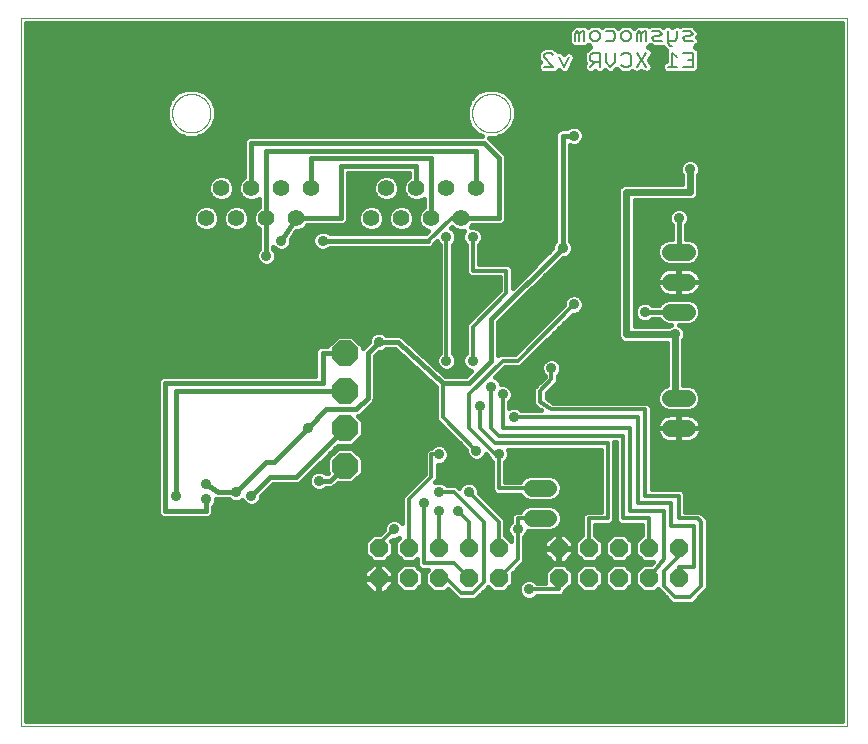
<source format=gbl>
G75*
%MOIN*%
%OFA0B0*%
%FSLAX25Y25*%
%IPPOS*%
%LPD*%
%AMOC8*
5,1,8,0,0,1.08239X$1,22.5*
%
%ADD10C,0.00000*%
%ADD11C,0.00800*%
%ADD12OC8,0.06000*%
%ADD13C,0.05600*%
%ADD14C,0.05500*%
%ADD15OC8,0.08500*%
%ADD16C,0.01600*%
%ADD17C,0.03562*%
%ADD18C,0.01200*%
%ADD19C,0.23622*%
%ADD20C,0.02400*%
D10*
X0001800Y0001800D02*
X0001800Y0238020D01*
X0277391Y0238020D01*
X0277391Y0001800D01*
X0001800Y0001800D01*
X0052270Y0206170D02*
X0052272Y0206330D01*
X0052278Y0206489D01*
X0052288Y0206648D01*
X0052302Y0206807D01*
X0052320Y0206966D01*
X0052341Y0207124D01*
X0052367Y0207281D01*
X0052397Y0207438D01*
X0052430Y0207594D01*
X0052468Y0207749D01*
X0052509Y0207903D01*
X0052554Y0208056D01*
X0052603Y0208208D01*
X0052656Y0208359D01*
X0052712Y0208508D01*
X0052773Y0208656D01*
X0052836Y0208802D01*
X0052904Y0208947D01*
X0052975Y0209090D01*
X0053049Y0209231D01*
X0053127Y0209370D01*
X0053209Y0209507D01*
X0053294Y0209642D01*
X0053382Y0209775D01*
X0053474Y0209906D01*
X0053568Y0210034D01*
X0053666Y0210160D01*
X0053767Y0210284D01*
X0053871Y0210405D01*
X0053978Y0210523D01*
X0054088Y0210639D01*
X0054201Y0210752D01*
X0054317Y0210862D01*
X0054435Y0210969D01*
X0054556Y0211073D01*
X0054680Y0211174D01*
X0054806Y0211272D01*
X0054934Y0211366D01*
X0055065Y0211458D01*
X0055198Y0211546D01*
X0055333Y0211631D01*
X0055470Y0211713D01*
X0055609Y0211791D01*
X0055750Y0211865D01*
X0055893Y0211936D01*
X0056038Y0212004D01*
X0056184Y0212067D01*
X0056332Y0212128D01*
X0056481Y0212184D01*
X0056632Y0212237D01*
X0056784Y0212286D01*
X0056937Y0212331D01*
X0057091Y0212372D01*
X0057246Y0212410D01*
X0057402Y0212443D01*
X0057559Y0212473D01*
X0057716Y0212499D01*
X0057874Y0212520D01*
X0058033Y0212538D01*
X0058192Y0212552D01*
X0058351Y0212562D01*
X0058510Y0212568D01*
X0058670Y0212570D01*
X0058830Y0212568D01*
X0058989Y0212562D01*
X0059148Y0212552D01*
X0059307Y0212538D01*
X0059466Y0212520D01*
X0059624Y0212499D01*
X0059781Y0212473D01*
X0059938Y0212443D01*
X0060094Y0212410D01*
X0060249Y0212372D01*
X0060403Y0212331D01*
X0060556Y0212286D01*
X0060708Y0212237D01*
X0060859Y0212184D01*
X0061008Y0212128D01*
X0061156Y0212067D01*
X0061302Y0212004D01*
X0061447Y0211936D01*
X0061590Y0211865D01*
X0061731Y0211791D01*
X0061870Y0211713D01*
X0062007Y0211631D01*
X0062142Y0211546D01*
X0062275Y0211458D01*
X0062406Y0211366D01*
X0062534Y0211272D01*
X0062660Y0211174D01*
X0062784Y0211073D01*
X0062905Y0210969D01*
X0063023Y0210862D01*
X0063139Y0210752D01*
X0063252Y0210639D01*
X0063362Y0210523D01*
X0063469Y0210405D01*
X0063573Y0210284D01*
X0063674Y0210160D01*
X0063772Y0210034D01*
X0063866Y0209906D01*
X0063958Y0209775D01*
X0064046Y0209642D01*
X0064131Y0209507D01*
X0064213Y0209370D01*
X0064291Y0209231D01*
X0064365Y0209090D01*
X0064436Y0208947D01*
X0064504Y0208802D01*
X0064567Y0208656D01*
X0064628Y0208508D01*
X0064684Y0208359D01*
X0064737Y0208208D01*
X0064786Y0208056D01*
X0064831Y0207903D01*
X0064872Y0207749D01*
X0064910Y0207594D01*
X0064943Y0207438D01*
X0064973Y0207281D01*
X0064999Y0207124D01*
X0065020Y0206966D01*
X0065038Y0206807D01*
X0065052Y0206648D01*
X0065062Y0206489D01*
X0065068Y0206330D01*
X0065070Y0206170D01*
X0065068Y0206010D01*
X0065062Y0205851D01*
X0065052Y0205692D01*
X0065038Y0205533D01*
X0065020Y0205374D01*
X0064999Y0205216D01*
X0064973Y0205059D01*
X0064943Y0204902D01*
X0064910Y0204746D01*
X0064872Y0204591D01*
X0064831Y0204437D01*
X0064786Y0204284D01*
X0064737Y0204132D01*
X0064684Y0203981D01*
X0064628Y0203832D01*
X0064567Y0203684D01*
X0064504Y0203538D01*
X0064436Y0203393D01*
X0064365Y0203250D01*
X0064291Y0203109D01*
X0064213Y0202970D01*
X0064131Y0202833D01*
X0064046Y0202698D01*
X0063958Y0202565D01*
X0063866Y0202434D01*
X0063772Y0202306D01*
X0063674Y0202180D01*
X0063573Y0202056D01*
X0063469Y0201935D01*
X0063362Y0201817D01*
X0063252Y0201701D01*
X0063139Y0201588D01*
X0063023Y0201478D01*
X0062905Y0201371D01*
X0062784Y0201267D01*
X0062660Y0201166D01*
X0062534Y0201068D01*
X0062406Y0200974D01*
X0062275Y0200882D01*
X0062142Y0200794D01*
X0062007Y0200709D01*
X0061870Y0200627D01*
X0061731Y0200549D01*
X0061590Y0200475D01*
X0061447Y0200404D01*
X0061302Y0200336D01*
X0061156Y0200273D01*
X0061008Y0200212D01*
X0060859Y0200156D01*
X0060708Y0200103D01*
X0060556Y0200054D01*
X0060403Y0200009D01*
X0060249Y0199968D01*
X0060094Y0199930D01*
X0059938Y0199897D01*
X0059781Y0199867D01*
X0059624Y0199841D01*
X0059466Y0199820D01*
X0059307Y0199802D01*
X0059148Y0199788D01*
X0058989Y0199778D01*
X0058830Y0199772D01*
X0058670Y0199770D01*
X0058510Y0199772D01*
X0058351Y0199778D01*
X0058192Y0199788D01*
X0058033Y0199802D01*
X0057874Y0199820D01*
X0057716Y0199841D01*
X0057559Y0199867D01*
X0057402Y0199897D01*
X0057246Y0199930D01*
X0057091Y0199968D01*
X0056937Y0200009D01*
X0056784Y0200054D01*
X0056632Y0200103D01*
X0056481Y0200156D01*
X0056332Y0200212D01*
X0056184Y0200273D01*
X0056038Y0200336D01*
X0055893Y0200404D01*
X0055750Y0200475D01*
X0055609Y0200549D01*
X0055470Y0200627D01*
X0055333Y0200709D01*
X0055198Y0200794D01*
X0055065Y0200882D01*
X0054934Y0200974D01*
X0054806Y0201068D01*
X0054680Y0201166D01*
X0054556Y0201267D01*
X0054435Y0201371D01*
X0054317Y0201478D01*
X0054201Y0201588D01*
X0054088Y0201701D01*
X0053978Y0201817D01*
X0053871Y0201935D01*
X0053767Y0202056D01*
X0053666Y0202180D01*
X0053568Y0202306D01*
X0053474Y0202434D01*
X0053382Y0202565D01*
X0053294Y0202698D01*
X0053209Y0202833D01*
X0053127Y0202970D01*
X0053049Y0203109D01*
X0052975Y0203250D01*
X0052904Y0203393D01*
X0052836Y0203538D01*
X0052773Y0203684D01*
X0052712Y0203832D01*
X0052656Y0203981D01*
X0052603Y0204132D01*
X0052554Y0204284D01*
X0052509Y0204437D01*
X0052468Y0204591D01*
X0052430Y0204746D01*
X0052397Y0204902D01*
X0052367Y0205059D01*
X0052341Y0205216D01*
X0052320Y0205374D01*
X0052302Y0205533D01*
X0052288Y0205692D01*
X0052278Y0205851D01*
X0052272Y0206010D01*
X0052270Y0206170D01*
X0152270Y0206170D02*
X0152272Y0206330D01*
X0152278Y0206489D01*
X0152288Y0206648D01*
X0152302Y0206807D01*
X0152320Y0206966D01*
X0152341Y0207124D01*
X0152367Y0207281D01*
X0152397Y0207438D01*
X0152430Y0207594D01*
X0152468Y0207749D01*
X0152509Y0207903D01*
X0152554Y0208056D01*
X0152603Y0208208D01*
X0152656Y0208359D01*
X0152712Y0208508D01*
X0152773Y0208656D01*
X0152836Y0208802D01*
X0152904Y0208947D01*
X0152975Y0209090D01*
X0153049Y0209231D01*
X0153127Y0209370D01*
X0153209Y0209507D01*
X0153294Y0209642D01*
X0153382Y0209775D01*
X0153474Y0209906D01*
X0153568Y0210034D01*
X0153666Y0210160D01*
X0153767Y0210284D01*
X0153871Y0210405D01*
X0153978Y0210523D01*
X0154088Y0210639D01*
X0154201Y0210752D01*
X0154317Y0210862D01*
X0154435Y0210969D01*
X0154556Y0211073D01*
X0154680Y0211174D01*
X0154806Y0211272D01*
X0154934Y0211366D01*
X0155065Y0211458D01*
X0155198Y0211546D01*
X0155333Y0211631D01*
X0155470Y0211713D01*
X0155609Y0211791D01*
X0155750Y0211865D01*
X0155893Y0211936D01*
X0156038Y0212004D01*
X0156184Y0212067D01*
X0156332Y0212128D01*
X0156481Y0212184D01*
X0156632Y0212237D01*
X0156784Y0212286D01*
X0156937Y0212331D01*
X0157091Y0212372D01*
X0157246Y0212410D01*
X0157402Y0212443D01*
X0157559Y0212473D01*
X0157716Y0212499D01*
X0157874Y0212520D01*
X0158033Y0212538D01*
X0158192Y0212552D01*
X0158351Y0212562D01*
X0158510Y0212568D01*
X0158670Y0212570D01*
X0158830Y0212568D01*
X0158989Y0212562D01*
X0159148Y0212552D01*
X0159307Y0212538D01*
X0159466Y0212520D01*
X0159624Y0212499D01*
X0159781Y0212473D01*
X0159938Y0212443D01*
X0160094Y0212410D01*
X0160249Y0212372D01*
X0160403Y0212331D01*
X0160556Y0212286D01*
X0160708Y0212237D01*
X0160859Y0212184D01*
X0161008Y0212128D01*
X0161156Y0212067D01*
X0161302Y0212004D01*
X0161447Y0211936D01*
X0161590Y0211865D01*
X0161731Y0211791D01*
X0161870Y0211713D01*
X0162007Y0211631D01*
X0162142Y0211546D01*
X0162275Y0211458D01*
X0162406Y0211366D01*
X0162534Y0211272D01*
X0162660Y0211174D01*
X0162784Y0211073D01*
X0162905Y0210969D01*
X0163023Y0210862D01*
X0163139Y0210752D01*
X0163252Y0210639D01*
X0163362Y0210523D01*
X0163469Y0210405D01*
X0163573Y0210284D01*
X0163674Y0210160D01*
X0163772Y0210034D01*
X0163866Y0209906D01*
X0163958Y0209775D01*
X0164046Y0209642D01*
X0164131Y0209507D01*
X0164213Y0209370D01*
X0164291Y0209231D01*
X0164365Y0209090D01*
X0164436Y0208947D01*
X0164504Y0208802D01*
X0164567Y0208656D01*
X0164628Y0208508D01*
X0164684Y0208359D01*
X0164737Y0208208D01*
X0164786Y0208056D01*
X0164831Y0207903D01*
X0164872Y0207749D01*
X0164910Y0207594D01*
X0164943Y0207438D01*
X0164973Y0207281D01*
X0164999Y0207124D01*
X0165020Y0206966D01*
X0165038Y0206807D01*
X0165052Y0206648D01*
X0165062Y0206489D01*
X0165068Y0206330D01*
X0165070Y0206170D01*
X0165068Y0206010D01*
X0165062Y0205851D01*
X0165052Y0205692D01*
X0165038Y0205533D01*
X0165020Y0205374D01*
X0164999Y0205216D01*
X0164973Y0205059D01*
X0164943Y0204902D01*
X0164910Y0204746D01*
X0164872Y0204591D01*
X0164831Y0204437D01*
X0164786Y0204284D01*
X0164737Y0204132D01*
X0164684Y0203981D01*
X0164628Y0203832D01*
X0164567Y0203684D01*
X0164504Y0203538D01*
X0164436Y0203393D01*
X0164365Y0203250D01*
X0164291Y0203109D01*
X0164213Y0202970D01*
X0164131Y0202833D01*
X0164046Y0202698D01*
X0163958Y0202565D01*
X0163866Y0202434D01*
X0163772Y0202306D01*
X0163674Y0202180D01*
X0163573Y0202056D01*
X0163469Y0201935D01*
X0163362Y0201817D01*
X0163252Y0201701D01*
X0163139Y0201588D01*
X0163023Y0201478D01*
X0162905Y0201371D01*
X0162784Y0201267D01*
X0162660Y0201166D01*
X0162534Y0201068D01*
X0162406Y0200974D01*
X0162275Y0200882D01*
X0162142Y0200794D01*
X0162007Y0200709D01*
X0161870Y0200627D01*
X0161731Y0200549D01*
X0161590Y0200475D01*
X0161447Y0200404D01*
X0161302Y0200336D01*
X0161156Y0200273D01*
X0161008Y0200212D01*
X0160859Y0200156D01*
X0160708Y0200103D01*
X0160556Y0200054D01*
X0160403Y0200009D01*
X0160249Y0199968D01*
X0160094Y0199930D01*
X0159938Y0199897D01*
X0159781Y0199867D01*
X0159624Y0199841D01*
X0159466Y0199820D01*
X0159307Y0199802D01*
X0159148Y0199788D01*
X0158989Y0199778D01*
X0158830Y0199772D01*
X0158670Y0199770D01*
X0158510Y0199772D01*
X0158351Y0199778D01*
X0158192Y0199788D01*
X0158033Y0199802D01*
X0157874Y0199820D01*
X0157716Y0199841D01*
X0157559Y0199867D01*
X0157402Y0199897D01*
X0157246Y0199930D01*
X0157091Y0199968D01*
X0156937Y0200009D01*
X0156784Y0200054D01*
X0156632Y0200103D01*
X0156481Y0200156D01*
X0156332Y0200212D01*
X0156184Y0200273D01*
X0156038Y0200336D01*
X0155893Y0200404D01*
X0155750Y0200475D01*
X0155609Y0200549D01*
X0155470Y0200627D01*
X0155333Y0200709D01*
X0155198Y0200794D01*
X0155065Y0200882D01*
X0154934Y0200974D01*
X0154806Y0201068D01*
X0154680Y0201166D01*
X0154556Y0201267D01*
X0154435Y0201371D01*
X0154317Y0201478D01*
X0154201Y0201588D01*
X0154088Y0201701D01*
X0153978Y0201817D01*
X0153871Y0201935D01*
X0153767Y0202056D01*
X0153666Y0202180D01*
X0153568Y0202306D01*
X0153474Y0202434D01*
X0153382Y0202565D01*
X0153294Y0202698D01*
X0153209Y0202833D01*
X0153127Y0202970D01*
X0153049Y0203109D01*
X0152975Y0203250D01*
X0152904Y0203393D01*
X0152836Y0203538D01*
X0152773Y0203684D01*
X0152712Y0203832D01*
X0152656Y0203981D01*
X0152603Y0204132D01*
X0152554Y0204284D01*
X0152509Y0204437D01*
X0152468Y0204591D01*
X0152430Y0204746D01*
X0152397Y0204902D01*
X0152367Y0205059D01*
X0152341Y0205216D01*
X0152320Y0205374D01*
X0152302Y0205533D01*
X0152288Y0205692D01*
X0152278Y0205851D01*
X0152272Y0206010D01*
X0152270Y0206170D01*
D11*
X0176160Y0221570D02*
X0179362Y0221570D01*
X0176160Y0224773D01*
X0176160Y0225573D01*
X0176960Y0226374D01*
X0178562Y0226374D01*
X0179362Y0225573D01*
X0181316Y0224773D02*
X0182918Y0221570D01*
X0184519Y0224773D01*
X0186473Y0230320D02*
X0186473Y0232722D01*
X0187273Y0233523D01*
X0188074Y0232722D01*
X0188074Y0230320D01*
X0189675Y0230320D02*
X0189675Y0233523D01*
X0188875Y0233523D01*
X0188074Y0232722D01*
X0191629Y0232722D02*
X0191629Y0231121D01*
X0192430Y0230320D01*
X0194031Y0230320D01*
X0194832Y0231121D01*
X0194832Y0232722D01*
X0194031Y0233523D01*
X0192430Y0233523D01*
X0191629Y0232722D01*
X0196785Y0233523D02*
X0199187Y0233523D01*
X0199988Y0232722D01*
X0199988Y0231121D01*
X0199187Y0230320D01*
X0196785Y0230320D01*
X0196785Y0226374D02*
X0196785Y0223171D01*
X0198387Y0221570D01*
X0199988Y0223171D01*
X0199988Y0226374D01*
X0201942Y0225573D02*
X0202742Y0226374D01*
X0204344Y0226374D01*
X0205144Y0225573D01*
X0205144Y0222371D01*
X0204344Y0221570D01*
X0202742Y0221570D01*
X0201942Y0222371D01*
X0207098Y0221570D02*
X0210301Y0226374D01*
X0207098Y0226374D02*
X0210301Y0221570D01*
X0217411Y0221570D02*
X0220614Y0221570D01*
X0219012Y0221570D02*
X0219012Y0226374D01*
X0220614Y0224773D01*
X0222567Y0226374D02*
X0225770Y0226374D01*
X0225770Y0221570D01*
X0222567Y0221570D01*
X0224169Y0223972D02*
X0225770Y0223972D01*
X0225770Y0230320D02*
X0223368Y0230320D01*
X0222567Y0231121D01*
X0223368Y0231921D01*
X0224969Y0231921D01*
X0225770Y0232722D01*
X0224969Y0233523D01*
X0222567Y0233523D01*
X0220614Y0233523D02*
X0220614Y0231121D01*
X0219813Y0230320D01*
X0217411Y0230320D01*
X0217411Y0229519D02*
X0218212Y0228719D01*
X0219012Y0228719D01*
X0217411Y0229519D02*
X0217411Y0233523D01*
X0215457Y0232722D02*
X0214657Y0233523D01*
X0212255Y0233523D01*
X0213055Y0231921D02*
X0214657Y0231921D01*
X0215457Y0232722D01*
X0215457Y0230320D02*
X0213055Y0230320D01*
X0212255Y0231121D01*
X0213055Y0231921D01*
X0210301Y0230320D02*
X0210301Y0233523D01*
X0209500Y0233523D01*
X0208700Y0232722D01*
X0207899Y0233523D01*
X0207098Y0232722D01*
X0207098Y0230320D01*
X0208700Y0230320D02*
X0208700Y0232722D01*
X0205144Y0232722D02*
X0205144Y0231121D01*
X0204344Y0230320D01*
X0202742Y0230320D01*
X0201942Y0231121D01*
X0201942Y0232722D01*
X0202742Y0233523D01*
X0204344Y0233523D01*
X0205144Y0232722D01*
X0194832Y0226374D02*
X0194832Y0221570D01*
X0194832Y0223171D02*
X0192430Y0223171D01*
X0191629Y0223972D01*
X0191629Y0225573D01*
X0192430Y0226374D01*
X0194832Y0226374D01*
X0193230Y0223171D02*
X0191629Y0221570D01*
D12*
X0191170Y0061170D03*
X0191170Y0051170D03*
X0181170Y0051170D03*
X0181170Y0061170D03*
X0161170Y0061170D03*
X0151170Y0061170D03*
X0151170Y0051170D03*
X0161170Y0051170D03*
X0141170Y0051170D03*
X0131170Y0051170D03*
X0121170Y0051170D03*
X0121170Y0061170D03*
X0131170Y0061170D03*
X0141170Y0061170D03*
X0201170Y0061170D03*
X0211170Y0061170D03*
X0211170Y0051170D03*
X0201170Y0051170D03*
X0221170Y0051170D03*
X0221170Y0061170D03*
D13*
X0218370Y0101170D02*
X0223970Y0101170D01*
X0223970Y0111170D02*
X0218370Y0111170D01*
X0218370Y0139920D02*
X0223970Y0139920D01*
X0223970Y0149920D02*
X0218370Y0149920D01*
X0218370Y0159920D02*
X0223970Y0159920D01*
X0177720Y0081170D02*
X0172120Y0081170D01*
X0172120Y0071170D02*
X0177720Y0071170D01*
D14*
X0148670Y0171170D03*
X0138670Y0171170D03*
X0128670Y0171170D03*
X0118670Y0171170D03*
X0123670Y0181170D03*
X0133670Y0181170D03*
X0143670Y0181170D03*
X0153670Y0181170D03*
X0098670Y0181170D03*
X0088670Y0181170D03*
X0078670Y0181170D03*
X0068670Y0181170D03*
X0063670Y0171170D03*
X0073670Y0171170D03*
X0083670Y0171170D03*
X0093670Y0171170D03*
D15*
X0109920Y0126170D03*
X0109920Y0113670D03*
X0109920Y0101170D03*
X0109920Y0088670D03*
D16*
X0104920Y0083670D01*
X0101170Y0083670D01*
X0103552Y0081270D02*
X0103085Y0080804D01*
X0101843Y0080289D01*
X0100498Y0080289D01*
X0099255Y0080804D01*
X0098304Y0081755D01*
X0097789Y0082998D01*
X0097789Y0084343D01*
X0098304Y0085585D01*
X0099255Y0086536D01*
X0100498Y0087051D01*
X0101843Y0087051D01*
X0103085Y0086536D01*
X0103552Y0086070D01*
X0103926Y0086070D01*
X0104086Y0086231D01*
X0104070Y0086247D01*
X0104070Y0091093D01*
X0107497Y0094520D01*
X0112343Y0094520D01*
X0115770Y0091093D01*
X0115770Y0086247D01*
X0112343Y0082820D01*
X0107497Y0082820D01*
X0107481Y0082836D01*
X0106955Y0082311D01*
X0106280Y0081635D01*
X0105397Y0081270D01*
X0103552Y0081270D01*
X0106370Y0081726D02*
X0132364Y0081726D01*
X0133963Y0083324D02*
X0112847Y0083324D01*
X0114446Y0084923D02*
X0135561Y0084923D01*
X0136470Y0085831D02*
X0128970Y0078331D01*
X0128970Y0069402D01*
X0128085Y0070286D01*
X0126843Y0070801D01*
X0125498Y0070801D01*
X0124255Y0070286D01*
X0123304Y0069335D01*
X0122789Y0068093D01*
X0122789Y0067150D01*
X0121409Y0065770D01*
X0119265Y0065770D01*
X0116570Y0063075D01*
X0116570Y0059265D01*
X0119265Y0056570D01*
X0123075Y0056570D01*
X0125770Y0059265D01*
X0125770Y0063075D01*
X0125353Y0063492D01*
X0125900Y0064039D01*
X0126843Y0064039D01*
X0128022Y0064528D01*
X0126570Y0063075D01*
X0126570Y0059265D01*
X0129265Y0056570D01*
X0133075Y0056570D01*
X0133970Y0057465D01*
X0133970Y0055259D01*
X0135259Y0053970D01*
X0137465Y0053970D01*
X0136570Y0053075D01*
X0136570Y0049265D01*
X0139265Y0046570D01*
X0143075Y0046570D01*
X0144117Y0047612D01*
X0146470Y0045259D01*
X0147759Y0043970D01*
X0153331Y0043970D01*
X0157081Y0047720D01*
X0157598Y0048237D01*
X0159265Y0046570D01*
X0163075Y0046570D01*
X0165770Y0049265D01*
X0165770Y0052659D01*
X0168331Y0055220D01*
X0169620Y0056509D01*
X0169620Y0064838D01*
X0170286Y0065505D01*
X0170801Y0066748D01*
X0170801Y0066954D01*
X0171245Y0066770D01*
X0178595Y0066770D01*
X0180212Y0067440D01*
X0181450Y0068678D01*
X0182120Y0070295D01*
X0182120Y0072045D01*
X0181450Y0073662D01*
X0180212Y0074900D01*
X0178595Y0075570D01*
X0171245Y0075570D01*
X0169628Y0074900D01*
X0168390Y0073662D01*
X0168269Y0073370D01*
X0166509Y0073370D01*
X0165220Y0072081D01*
X0165220Y0070002D01*
X0164554Y0069335D01*
X0164039Y0068093D01*
X0164039Y0066748D01*
X0164554Y0065505D01*
X0165220Y0064838D01*
X0165220Y0063625D01*
X0163370Y0065475D01*
X0163370Y0070831D01*
X0154551Y0079650D01*
X0154551Y0080593D01*
X0154036Y0081835D01*
X0153085Y0082786D01*
X0151843Y0083301D01*
X0150498Y0083301D01*
X0149255Y0082786D01*
X0148304Y0081835D01*
X0148029Y0081172D01*
X0147081Y0082120D01*
X0143752Y0082120D01*
X0143085Y0082786D01*
X0141843Y0083301D01*
X0140498Y0083301D01*
X0139925Y0083064D01*
X0140870Y0084009D01*
X0140870Y0089039D01*
X0141843Y0089039D01*
X0143085Y0089554D01*
X0144036Y0090505D01*
X0144551Y0091748D01*
X0144551Y0093093D01*
X0144036Y0094335D01*
X0143085Y0095286D01*
X0141843Y0095801D01*
X0140498Y0095801D01*
X0139255Y0095286D01*
X0138588Y0094620D01*
X0137759Y0094620D01*
X0136470Y0093331D01*
X0136470Y0085831D01*
X0136470Y0086521D02*
X0115770Y0086521D01*
X0115770Y0088120D02*
X0136470Y0088120D01*
X0136470Y0089718D02*
X0115770Y0089718D01*
X0115547Y0091317D02*
X0136470Y0091317D01*
X0136470Y0092915D02*
X0113948Y0092915D01*
X0112350Y0094514D02*
X0137652Y0094514D01*
X0143858Y0094514D02*
X0149715Y0094514D01*
X0150289Y0093940D02*
X0150289Y0092998D01*
X0150804Y0091755D01*
X0151755Y0090804D01*
X0152998Y0090289D01*
X0154343Y0090289D01*
X0155585Y0090804D01*
X0156536Y0091755D01*
X0156811Y0092418D01*
X0158007Y0091222D01*
X0158304Y0090505D01*
X0158970Y0089838D01*
X0158970Y0080259D01*
X0160259Y0078970D01*
X0168269Y0078970D01*
X0168390Y0078678D01*
X0169628Y0077440D01*
X0171245Y0076770D01*
X0178595Y0076770D01*
X0180212Y0077440D01*
X0181450Y0078678D01*
X0182120Y0080295D01*
X0182120Y0082045D01*
X0181450Y0083662D01*
X0180212Y0084900D01*
X0178595Y0085570D01*
X0171245Y0085570D01*
X0169628Y0084900D01*
X0168390Y0083662D01*
X0168269Y0083370D01*
X0163370Y0083370D01*
X0163370Y0089838D01*
X0164036Y0090505D01*
X0164551Y0091748D01*
X0164551Y0093093D01*
X0164188Y0093970D01*
X0195220Y0093970D01*
X0195220Y0073370D01*
X0190259Y0073370D01*
X0188970Y0072081D01*
X0188970Y0065475D01*
X0186570Y0063075D01*
X0186570Y0059265D01*
X0189265Y0056570D01*
X0193075Y0056570D01*
X0195770Y0059265D01*
X0195770Y0063075D01*
X0193370Y0065475D01*
X0193370Y0068970D01*
X0198331Y0068970D01*
X0199620Y0070259D01*
X0199620Y0096470D01*
X0200220Y0096470D01*
X0200220Y0070259D01*
X0201509Y0068970D01*
X0208970Y0068970D01*
X0208970Y0065475D01*
X0206570Y0063075D01*
X0206570Y0059265D01*
X0209265Y0056570D01*
X0212673Y0056570D01*
X0212033Y0055770D01*
X0209265Y0055770D01*
X0206570Y0053075D01*
X0206570Y0049265D01*
X0209265Y0046570D01*
X0213075Y0046570D01*
X0214117Y0047612D01*
X0217720Y0044009D01*
X0219009Y0042720D01*
X0225831Y0042720D01*
X0229581Y0046470D01*
X0230870Y0047759D01*
X0230870Y0070831D01*
X0229620Y0072081D01*
X0228331Y0073370D01*
X0223370Y0073370D01*
X0223370Y0079581D01*
X0222081Y0080870D01*
X0212120Y0080870D01*
X0212120Y0108331D01*
X0210831Y0109620D01*
X0179336Y0109620D01*
X0177120Y0111097D01*
X0177120Y0112759D01*
X0179581Y0115220D01*
X0180870Y0116509D01*
X0180870Y0118588D01*
X0181536Y0119255D01*
X0182051Y0120498D01*
X0182051Y0121843D01*
X0181536Y0123085D01*
X0180585Y0124036D01*
X0179343Y0124551D01*
X0177998Y0124551D01*
X0176755Y0124036D01*
X0175804Y0123085D01*
X0175289Y0121843D01*
X0175289Y0120498D01*
X0175804Y0119255D01*
X0176470Y0118588D01*
X0176470Y0118331D01*
X0172720Y0114581D01*
X0172720Y0110586D01*
X0172584Y0110382D01*
X0172720Y0109702D01*
X0172720Y0109009D01*
X0172893Y0108835D01*
X0172942Y0108595D01*
X0173518Y0108210D01*
X0174009Y0107720D01*
X0174254Y0107720D01*
X0175154Y0107120D01*
X0168752Y0107120D01*
X0168085Y0107786D01*
X0166843Y0108301D01*
X0165498Y0108301D01*
X0164620Y0107938D01*
X0164620Y0109838D01*
X0165286Y0110505D01*
X0165801Y0111748D01*
X0165801Y0113093D01*
X0165286Y0114335D01*
X0164335Y0115286D01*
X0163093Y0115801D01*
X0161965Y0115801D01*
X0161536Y0116835D01*
X0160585Y0117786D01*
X0159922Y0118061D01*
X0163331Y0121470D01*
X0168331Y0121470D01*
X0185900Y0139039D01*
X0186843Y0139039D01*
X0188085Y0139554D01*
X0189036Y0140505D01*
X0189551Y0141748D01*
X0189551Y0143093D01*
X0189036Y0144335D01*
X0188085Y0145286D01*
X0186843Y0145801D01*
X0185498Y0145801D01*
X0184255Y0145286D01*
X0183304Y0144335D01*
X0182789Y0143093D01*
X0182789Y0142150D01*
X0166509Y0125870D01*
X0161509Y0125870D01*
X0161070Y0125431D01*
X0161070Y0136426D01*
X0182433Y0157789D01*
X0183093Y0157789D01*
X0184335Y0158304D01*
X0185286Y0159255D01*
X0185801Y0160498D01*
X0185801Y0161843D01*
X0185286Y0163085D01*
X0184820Y0163552D01*
X0184820Y0195570D01*
X0185498Y0195289D01*
X0186843Y0195289D01*
X0188085Y0195804D01*
X0189036Y0196755D01*
X0189551Y0197998D01*
X0189551Y0199343D01*
X0189036Y0200585D01*
X0188085Y0201536D01*
X0186843Y0202051D01*
X0185498Y0202051D01*
X0184255Y0201536D01*
X0183788Y0201070D01*
X0181943Y0201070D01*
X0181061Y0200705D01*
X0180385Y0200030D01*
X0180020Y0199147D01*
X0180020Y0163552D01*
X0179554Y0163085D01*
X0179039Y0161843D01*
X0179039Y0161183D01*
X0165870Y0148014D01*
X0165870Y0154581D01*
X0164581Y0155870D01*
X0154620Y0155870D01*
X0154620Y0162338D01*
X0155286Y0163005D01*
X0155801Y0164248D01*
X0155801Y0165593D01*
X0155286Y0166835D01*
X0154335Y0167786D01*
X0153093Y0168301D01*
X0151953Y0168301D01*
X0152358Y0168706D01*
X0152384Y0168770D01*
X0161647Y0168770D01*
X0162530Y0169135D01*
X0163205Y0169811D01*
X0163570Y0170693D01*
X0163570Y0191647D01*
X0163205Y0192530D01*
X0158205Y0197530D01*
X0157764Y0197970D01*
X0160301Y0197970D01*
X0163315Y0199218D01*
X0165622Y0201525D01*
X0166870Y0204539D01*
X0166870Y0207801D01*
X0165622Y0210815D01*
X0163315Y0213122D01*
X0160301Y0214370D01*
X0157039Y0214370D01*
X0154025Y0213122D01*
X0151718Y0210815D01*
X0150470Y0207801D01*
X0150470Y0204539D01*
X0151718Y0201525D01*
X0154025Y0199218D01*
X0155591Y0198570D01*
X0078193Y0198570D01*
X0077311Y0198205D01*
X0076635Y0197530D01*
X0076270Y0196647D01*
X0076270Y0184884D01*
X0076206Y0184858D01*
X0074982Y0183634D01*
X0074320Y0182035D01*
X0074320Y0180305D01*
X0074982Y0178706D01*
X0076206Y0177482D01*
X0077805Y0176820D01*
X0079535Y0176820D01*
X0081134Y0177482D01*
X0081270Y0177618D01*
X0081270Y0174884D01*
X0081206Y0174858D01*
X0079982Y0173634D01*
X0079320Y0172035D01*
X0079320Y0170305D01*
X0079982Y0168706D01*
X0081206Y0167482D01*
X0081270Y0167456D01*
X0081270Y0161052D01*
X0080804Y0160585D01*
X0080289Y0159343D01*
X0080289Y0157998D01*
X0080804Y0156755D01*
X0081755Y0155804D01*
X0082998Y0155289D01*
X0084343Y0155289D01*
X0085585Y0155804D01*
X0086536Y0156755D01*
X0087051Y0157998D01*
X0087051Y0159343D01*
X0086536Y0160585D01*
X0086070Y0161052D01*
X0086070Y0161488D01*
X0086755Y0160804D01*
X0087998Y0160289D01*
X0089343Y0160289D01*
X0090585Y0160804D01*
X0091536Y0161755D01*
X0092051Y0162998D01*
X0092051Y0164343D01*
X0092033Y0164387D01*
X0093655Y0166820D01*
X0094535Y0166820D01*
X0096134Y0167482D01*
X0097358Y0168706D01*
X0097384Y0168770D01*
X0109147Y0168770D01*
X0110030Y0169135D01*
X0110705Y0169811D01*
X0111070Y0170693D01*
X0111070Y0186270D01*
X0131270Y0186270D01*
X0131270Y0184884D01*
X0131206Y0184858D01*
X0129982Y0183634D01*
X0129320Y0182035D01*
X0129320Y0180305D01*
X0129982Y0178706D01*
X0131206Y0177482D01*
X0132805Y0176820D01*
X0134535Y0176820D01*
X0136134Y0177482D01*
X0136270Y0177618D01*
X0136270Y0174884D01*
X0136206Y0174858D01*
X0134982Y0173634D01*
X0134320Y0172035D01*
X0134320Y0170305D01*
X0134982Y0168706D01*
X0136206Y0167482D01*
X0137656Y0166882D01*
X0136777Y0166070D01*
X0104802Y0166070D01*
X0104335Y0166536D01*
X0103093Y0167051D01*
X0101748Y0167051D01*
X0100505Y0166536D01*
X0099554Y0165585D01*
X0099039Y0164343D01*
X0099039Y0162998D01*
X0099554Y0161755D01*
X0100505Y0160804D01*
X0101748Y0160289D01*
X0103093Y0160289D01*
X0104335Y0160804D01*
X0104802Y0161270D01*
X0137897Y0161270D01*
X0138780Y0161635D01*
X0139455Y0162311D01*
X0139618Y0162705D01*
X0140566Y0163580D01*
X0140804Y0163005D01*
X0141470Y0162338D01*
X0141470Y0126252D01*
X0140804Y0125585D01*
X0140289Y0124343D01*
X0140289Y0122998D01*
X0140804Y0121755D01*
X0141755Y0120804D01*
X0142998Y0120289D01*
X0144343Y0120289D01*
X0145585Y0120804D01*
X0146536Y0121755D01*
X0147051Y0122998D01*
X0147051Y0124343D01*
X0146536Y0125585D01*
X0145870Y0126252D01*
X0145870Y0162338D01*
X0146536Y0163005D01*
X0147051Y0164248D01*
X0147051Y0165593D01*
X0146536Y0166835D01*
X0145585Y0167786D01*
X0145266Y0167919D01*
X0145528Y0168160D01*
X0146206Y0167482D01*
X0147805Y0166820D01*
X0149535Y0166820D01*
X0149550Y0166826D01*
X0149039Y0165593D01*
X0149039Y0164248D01*
X0149554Y0163005D01*
X0150220Y0162338D01*
X0150220Y0152759D01*
X0151509Y0151470D01*
X0161470Y0151470D01*
X0161470Y0147081D01*
X0150220Y0135831D01*
X0150220Y0126252D01*
X0149554Y0125585D01*
X0149039Y0124343D01*
X0149039Y0122998D01*
X0149554Y0121755D01*
X0150505Y0120804D01*
X0151748Y0120289D01*
X0151895Y0120289D01*
X0150176Y0118570D01*
X0143354Y0118570D01*
X0129080Y0131654D01*
X0128780Y0131955D01*
X0128730Y0131975D01*
X0128690Y0132012D01*
X0128290Y0132157D01*
X0127897Y0132320D01*
X0127843Y0132320D01*
X0127793Y0132339D01*
X0127368Y0132320D01*
X0123552Y0132320D01*
X0123085Y0132786D01*
X0121843Y0133301D01*
X0120498Y0133301D01*
X0119255Y0132786D01*
X0118304Y0131835D01*
X0117789Y0130593D01*
X0117789Y0129933D01*
X0115770Y0127914D01*
X0115770Y0128593D01*
X0112343Y0132020D01*
X0107497Y0132020D01*
X0104070Y0128593D01*
X0104070Y0128570D01*
X0101943Y0128570D01*
X0101061Y0128205D01*
X0100385Y0127530D01*
X0100020Y0126647D01*
X0100020Y0118570D01*
X0049443Y0118570D01*
X0048561Y0118205D01*
X0047885Y0117530D01*
X0047520Y0116647D01*
X0047520Y0073193D01*
X0047885Y0072311D01*
X0048561Y0071635D01*
X0049443Y0071270D01*
X0064147Y0071270D01*
X0065030Y0071635D01*
X0065705Y0072311D01*
X0066070Y0073193D01*
X0066070Y0075038D01*
X0066536Y0075505D01*
X0067051Y0076748D01*
X0067051Y0077520D01*
X0067185Y0077520D01*
X0067423Y0077473D01*
X0067658Y0077520D01*
X0071288Y0077520D01*
X0071755Y0077054D01*
X0072998Y0076539D01*
X0074343Y0076539D01*
X0075585Y0077054D01*
X0075652Y0077121D01*
X0075804Y0076755D01*
X0076755Y0075804D01*
X0077998Y0075289D01*
X0079343Y0075289D01*
X0080585Y0075804D01*
X0081536Y0076755D01*
X0082051Y0077998D01*
X0082051Y0078657D01*
X0085914Y0082520D01*
X0094147Y0082520D01*
X0095030Y0082885D01*
X0095705Y0083561D01*
X0107481Y0095336D01*
X0107497Y0095320D01*
X0112343Y0095320D01*
X0115770Y0098747D01*
X0115770Y0103593D01*
X0114286Y0105077D01*
X0115030Y0105385D01*
X0118780Y0109135D01*
X0119455Y0109811D01*
X0119820Y0110693D01*
X0119820Y0125176D01*
X0121183Y0126539D01*
X0121843Y0126539D01*
X0123085Y0127054D01*
X0123552Y0127520D01*
X0126487Y0127520D01*
X0140220Y0114931D01*
X0140220Y0104009D01*
X0141509Y0102720D01*
X0150289Y0093940D01*
X0150323Y0092915D02*
X0144551Y0092915D01*
X0144373Y0091317D02*
X0151242Y0091317D01*
X0156098Y0091317D02*
X0157912Y0091317D01*
X0158970Y0089718D02*
X0143250Y0089718D01*
X0140870Y0088120D02*
X0158970Y0088120D01*
X0158970Y0086521D02*
X0140870Y0086521D01*
X0140870Y0084923D02*
X0158970Y0084923D01*
X0158970Y0083324D02*
X0140185Y0083324D01*
X0147476Y0081726D02*
X0148258Y0081726D01*
X0154082Y0081726D02*
X0158970Y0081726D01*
X0159102Y0080127D02*
X0154551Y0080127D01*
X0155673Y0078529D02*
X0168539Y0078529D01*
X0170859Y0076930D02*
X0157271Y0076930D01*
X0158870Y0075332D02*
X0170669Y0075332D01*
X0168460Y0073733D02*
X0160468Y0073733D01*
X0162067Y0072134D02*
X0165273Y0072134D01*
X0165220Y0070536D02*
X0163370Y0070536D01*
X0163370Y0068937D02*
X0164389Y0068937D01*
X0164039Y0067339D02*
X0163370Y0067339D01*
X0163370Y0065740D02*
X0164456Y0065740D01*
X0164704Y0064142D02*
X0165220Y0064142D01*
X0169620Y0064142D02*
X0177354Y0064142D01*
X0176370Y0063158D02*
X0176370Y0061370D01*
X0180970Y0061370D01*
X0180970Y0060970D01*
X0181370Y0060970D01*
X0181370Y0056370D01*
X0183158Y0056370D01*
X0185970Y0059182D01*
X0185970Y0060970D01*
X0181370Y0060970D01*
X0181370Y0061370D01*
X0185970Y0061370D01*
X0185970Y0063158D01*
X0183158Y0065970D01*
X0181370Y0065970D01*
X0181370Y0061370D01*
X0180970Y0061370D01*
X0180970Y0065970D01*
X0179182Y0065970D01*
X0176370Y0063158D01*
X0176370Y0062543D02*
X0169620Y0062543D01*
X0169620Y0060945D02*
X0176370Y0060945D01*
X0176370Y0060970D02*
X0176370Y0059182D01*
X0179182Y0056370D01*
X0180970Y0056370D01*
X0180970Y0060970D01*
X0176370Y0060970D01*
X0176370Y0059346D02*
X0169620Y0059346D01*
X0169620Y0057748D02*
X0177804Y0057748D01*
X0179265Y0055770D02*
X0176570Y0053075D01*
X0176570Y0049620D01*
X0173752Y0049620D01*
X0173085Y0050286D01*
X0171843Y0050801D01*
X0170498Y0050801D01*
X0169255Y0050286D01*
X0168304Y0049335D01*
X0167789Y0048093D01*
X0167789Y0046748D01*
X0168304Y0045505D01*
X0169255Y0044554D01*
X0170498Y0044039D01*
X0171843Y0044039D01*
X0173085Y0044554D01*
X0173752Y0045220D01*
X0182081Y0045220D01*
X0183370Y0046509D01*
X0183370Y0046865D01*
X0185770Y0049265D01*
X0185770Y0053075D01*
X0183075Y0055770D01*
X0179265Y0055770D01*
X0178045Y0054551D02*
X0167662Y0054551D01*
X0166064Y0052952D02*
X0176570Y0052952D01*
X0176570Y0051354D02*
X0165770Y0051354D01*
X0165770Y0049755D02*
X0168724Y0049755D01*
X0167816Y0048157D02*
X0164662Y0048157D01*
X0167867Y0046558D02*
X0155920Y0046558D01*
X0157518Y0048157D02*
X0157678Y0048157D01*
X0154321Y0044960D02*
X0168849Y0044960D01*
X0173491Y0044960D02*
X0216769Y0044960D01*
X0215171Y0046558D02*
X0183370Y0046558D01*
X0184662Y0048157D02*
X0187678Y0048157D01*
X0186570Y0049265D02*
X0189265Y0046570D01*
X0193075Y0046570D01*
X0195770Y0049265D01*
X0195770Y0053075D01*
X0193075Y0055770D01*
X0189265Y0055770D01*
X0186570Y0053075D01*
X0186570Y0049265D01*
X0186570Y0049755D02*
X0185770Y0049755D01*
X0185770Y0051354D02*
X0186570Y0051354D01*
X0186570Y0052952D02*
X0185770Y0052952D01*
X0184295Y0054551D02*
X0188045Y0054551D01*
X0188087Y0057748D02*
X0184536Y0057748D01*
X0185970Y0059346D02*
X0186570Y0059346D01*
X0186570Y0060945D02*
X0185970Y0060945D01*
X0185970Y0062543D02*
X0186570Y0062543D01*
X0187637Y0064142D02*
X0184986Y0064142D01*
X0183388Y0065740D02*
X0188970Y0065740D01*
X0188970Y0067339D02*
X0179969Y0067339D01*
X0180970Y0065740D02*
X0181370Y0065740D01*
X0181370Y0064142D02*
X0180970Y0064142D01*
X0180970Y0062543D02*
X0181370Y0062543D01*
X0181370Y0060945D02*
X0180970Y0060945D01*
X0180970Y0059346D02*
X0181370Y0059346D01*
X0181370Y0057748D02*
X0180970Y0057748D01*
X0178952Y0065740D02*
X0170384Y0065740D01*
X0181380Y0073733D02*
X0195220Y0073733D01*
X0195220Y0075332D02*
X0179171Y0075332D01*
X0178981Y0076930D02*
X0195220Y0076930D01*
X0195220Y0078529D02*
X0181301Y0078529D01*
X0182051Y0080127D02*
X0195220Y0080127D01*
X0195220Y0081726D02*
X0182120Y0081726D01*
X0181590Y0083324D02*
X0195220Y0083324D01*
X0195220Y0084923D02*
X0180158Y0084923D01*
X0169682Y0084923D02*
X0163370Y0084923D01*
X0163370Y0086521D02*
X0195220Y0086521D01*
X0195220Y0088120D02*
X0163370Y0088120D01*
X0163370Y0089718D02*
X0195220Y0089718D01*
X0195220Y0091317D02*
X0164373Y0091317D01*
X0164551Y0092915D02*
X0195220Y0092915D01*
X0199620Y0092915D02*
X0200220Y0092915D01*
X0200220Y0091317D02*
X0199620Y0091317D01*
X0199620Y0089718D02*
X0200220Y0089718D01*
X0200220Y0088120D02*
X0199620Y0088120D01*
X0199620Y0086521D02*
X0200220Y0086521D01*
X0200220Y0084923D02*
X0199620Y0084923D01*
X0199620Y0083324D02*
X0200220Y0083324D01*
X0200220Y0081726D02*
X0199620Y0081726D01*
X0199620Y0080127D02*
X0200220Y0080127D01*
X0200220Y0078529D02*
X0199620Y0078529D01*
X0199620Y0076930D02*
X0200220Y0076930D01*
X0200220Y0075332D02*
X0199620Y0075332D01*
X0199620Y0073733D02*
X0200220Y0073733D01*
X0200220Y0072134D02*
X0199620Y0072134D01*
X0199620Y0070536D02*
X0200220Y0070536D01*
X0199265Y0065770D02*
X0196570Y0063075D01*
X0196570Y0059265D01*
X0199265Y0056570D01*
X0203075Y0056570D01*
X0205770Y0059265D01*
X0205770Y0063075D01*
X0203075Y0065770D01*
X0199265Y0065770D01*
X0199235Y0065740D02*
X0193370Y0065740D01*
X0193370Y0067339D02*
X0208970Y0067339D01*
X0208970Y0068937D02*
X0193370Y0068937D01*
X0188970Y0068937D02*
X0181558Y0068937D01*
X0182120Y0070536D02*
X0188970Y0070536D01*
X0189023Y0072134D02*
X0182083Y0072134D01*
X0194704Y0064142D02*
X0197637Y0064142D01*
X0196570Y0062543D02*
X0195770Y0062543D01*
X0195770Y0060945D02*
X0196570Y0060945D01*
X0196570Y0059346D02*
X0195770Y0059346D01*
X0194253Y0057748D02*
X0198087Y0057748D01*
X0199265Y0055770D02*
X0196570Y0053075D01*
X0196570Y0049265D01*
X0199265Y0046570D01*
X0203075Y0046570D01*
X0205770Y0049265D01*
X0205770Y0053075D01*
X0203075Y0055770D01*
X0199265Y0055770D01*
X0198045Y0054551D02*
X0194295Y0054551D01*
X0195770Y0052952D02*
X0196570Y0052952D01*
X0196570Y0051354D02*
X0195770Y0051354D01*
X0195770Y0049755D02*
X0196570Y0049755D01*
X0197678Y0048157D02*
X0194662Y0048157D01*
X0204662Y0048157D02*
X0207678Y0048157D01*
X0206570Y0049755D02*
X0205770Y0049755D01*
X0205770Y0051354D02*
X0206570Y0051354D01*
X0206570Y0052952D02*
X0205770Y0052952D01*
X0204295Y0054551D02*
X0208045Y0054551D01*
X0208087Y0057748D02*
X0204253Y0057748D01*
X0205770Y0059346D02*
X0206570Y0059346D01*
X0206570Y0060945D02*
X0205770Y0060945D01*
X0205770Y0062543D02*
X0206570Y0062543D01*
X0207637Y0064142D02*
X0204704Y0064142D01*
X0203105Y0065740D02*
X0208970Y0065740D01*
X0212336Y0056149D02*
X0169261Y0056149D01*
X0173616Y0049755D02*
X0176570Y0049755D01*
X0146769Y0044960D02*
X0003600Y0044960D01*
X0003600Y0046558D02*
X0118994Y0046558D01*
X0119182Y0046370D02*
X0120970Y0046370D01*
X0120970Y0050970D01*
X0121370Y0050970D01*
X0121370Y0046370D01*
X0123158Y0046370D01*
X0125970Y0049182D01*
X0125970Y0050970D01*
X0121370Y0050970D01*
X0121370Y0051370D01*
X0125970Y0051370D01*
X0125970Y0053158D01*
X0123158Y0055970D01*
X0121370Y0055970D01*
X0121370Y0051370D01*
X0120970Y0051370D01*
X0120970Y0050970D01*
X0116370Y0050970D01*
X0116370Y0049182D01*
X0119182Y0046370D01*
X0120970Y0046558D02*
X0121370Y0046558D01*
X0121370Y0048157D02*
X0120970Y0048157D01*
X0120970Y0049755D02*
X0121370Y0049755D01*
X0121370Y0051354D02*
X0126570Y0051354D01*
X0126570Y0052952D02*
X0125970Y0052952D01*
X0126570Y0053075D02*
X0126570Y0049265D01*
X0129265Y0046570D01*
X0133075Y0046570D01*
X0135770Y0049265D01*
X0135770Y0053075D01*
X0133075Y0055770D01*
X0129265Y0055770D01*
X0126570Y0053075D01*
X0128045Y0054551D02*
X0124577Y0054551D01*
X0121370Y0054551D02*
X0120970Y0054551D01*
X0120970Y0055970D02*
X0119182Y0055970D01*
X0116370Y0053158D01*
X0116370Y0051370D01*
X0120970Y0051370D01*
X0120970Y0055970D01*
X0120970Y0052952D02*
X0121370Y0052952D01*
X0120970Y0051354D02*
X0003600Y0051354D01*
X0003600Y0052952D02*
X0116370Y0052952D01*
X0117763Y0054551D02*
X0003600Y0054551D01*
X0003600Y0056149D02*
X0133970Y0056149D01*
X0134295Y0054551D02*
X0134678Y0054551D01*
X0135770Y0052952D02*
X0136570Y0052952D01*
X0136570Y0051354D02*
X0135770Y0051354D01*
X0135770Y0049755D02*
X0136570Y0049755D01*
X0137678Y0048157D02*
X0134662Y0048157D01*
X0127678Y0048157D02*
X0124945Y0048157D01*
X0125970Y0049755D02*
X0126570Y0049755D01*
X0123347Y0046558D02*
X0145171Y0046558D01*
X0128087Y0057748D02*
X0124253Y0057748D01*
X0125770Y0059346D02*
X0126570Y0059346D01*
X0126570Y0060945D02*
X0125770Y0060945D01*
X0125770Y0062543D02*
X0126570Y0062543D01*
X0127091Y0064142D02*
X0127637Y0064142D01*
X0122789Y0067339D02*
X0003600Y0067339D01*
X0003600Y0068937D02*
X0123139Y0068937D01*
X0124857Y0070536D02*
X0003600Y0070536D01*
X0003600Y0072134D02*
X0048062Y0072134D01*
X0047520Y0073733D02*
X0003600Y0073733D01*
X0003600Y0075332D02*
X0047520Y0075332D01*
X0047520Y0076930D02*
X0003600Y0076930D01*
X0003600Y0078529D02*
X0047520Y0078529D01*
X0047520Y0080127D02*
X0003600Y0080127D01*
X0003600Y0081726D02*
X0047520Y0081726D01*
X0047520Y0083324D02*
X0003600Y0083324D01*
X0003600Y0084923D02*
X0047520Y0084923D01*
X0047520Y0086521D02*
X0003600Y0086521D01*
X0003600Y0088120D02*
X0047520Y0088120D01*
X0047520Y0089718D02*
X0003600Y0089718D01*
X0003600Y0091317D02*
X0047520Y0091317D01*
X0047520Y0092915D02*
X0003600Y0092915D01*
X0003600Y0094514D02*
X0047520Y0094514D01*
X0047520Y0096112D02*
X0003600Y0096112D01*
X0003600Y0097711D02*
X0047520Y0097711D01*
X0047520Y0099309D02*
X0003600Y0099309D01*
X0003600Y0100908D02*
X0047520Y0100908D01*
X0047520Y0102506D02*
X0003600Y0102506D01*
X0003600Y0104105D02*
X0047520Y0104105D01*
X0047520Y0105703D02*
X0003600Y0105703D01*
X0003600Y0107302D02*
X0047520Y0107302D01*
X0047520Y0108900D02*
X0003600Y0108900D01*
X0003600Y0110499D02*
X0047520Y0110499D01*
X0047520Y0112097D02*
X0003600Y0112097D01*
X0003600Y0113696D02*
X0047520Y0113696D01*
X0047520Y0115294D02*
X0003600Y0115294D01*
X0003600Y0116893D02*
X0047622Y0116893D01*
X0049253Y0118491D02*
X0003600Y0118491D01*
X0003600Y0120090D02*
X0100020Y0120090D01*
X0100020Y0121688D02*
X0003600Y0121688D01*
X0003600Y0123287D02*
X0100020Y0123287D01*
X0100020Y0124885D02*
X0003600Y0124885D01*
X0003600Y0126484D02*
X0100020Y0126484D01*
X0100938Y0128082D02*
X0003600Y0128082D01*
X0003600Y0129681D02*
X0105158Y0129681D01*
X0106756Y0131279D02*
X0003600Y0131279D01*
X0003600Y0132878D02*
X0119476Y0132878D01*
X0118073Y0131279D02*
X0113084Y0131279D01*
X0114682Y0129681D02*
X0117537Y0129681D01*
X0115938Y0128082D02*
X0115770Y0128082D01*
X0117420Y0126170D02*
X0121170Y0129920D01*
X0127420Y0129920D01*
X0142420Y0116170D01*
X0151170Y0116170D01*
X0158670Y0123670D01*
X0158670Y0137420D01*
X0182420Y0161170D01*
X0182420Y0198670D01*
X0186170Y0198670D01*
X0189273Y0200015D02*
X0275591Y0200015D01*
X0275591Y0198417D02*
X0189551Y0198417D01*
X0189063Y0196818D02*
X0275591Y0196818D01*
X0275591Y0195220D02*
X0184820Y0195220D01*
X0184820Y0193621D02*
X0275591Y0193621D01*
X0275591Y0192023D02*
X0184820Y0192023D01*
X0184820Y0190424D02*
X0223338Y0190424D01*
X0223005Y0190286D02*
X0222054Y0189335D01*
X0221539Y0188093D01*
X0221539Y0186748D01*
X0222054Y0185505D01*
X0222120Y0185438D01*
X0222120Y0182720D01*
X0203113Y0182720D01*
X0202084Y0182294D01*
X0201296Y0181506D01*
X0200870Y0180477D01*
X0200870Y0131863D01*
X0201296Y0130834D01*
X0202084Y0130046D01*
X0203113Y0129620D01*
X0217120Y0129620D01*
X0217120Y0115415D01*
X0215878Y0114900D01*
X0214640Y0113662D01*
X0213970Y0112045D01*
X0213970Y0110295D01*
X0214640Y0108678D01*
X0215878Y0107440D01*
X0217495Y0106770D01*
X0224845Y0106770D01*
X0226462Y0107440D01*
X0227700Y0108678D01*
X0228370Y0110295D01*
X0228370Y0112045D01*
X0227700Y0113662D01*
X0226462Y0114900D01*
X0224845Y0115570D01*
X0222720Y0115570D01*
X0222720Y0130438D01*
X0222786Y0130505D01*
X0223301Y0131748D01*
X0223301Y0133093D01*
X0222786Y0134335D01*
X0221835Y0135286D01*
X0221271Y0135520D01*
X0224845Y0135520D01*
X0226462Y0136190D01*
X0227700Y0137428D01*
X0228370Y0139045D01*
X0228370Y0140795D01*
X0227700Y0142412D01*
X0226462Y0143650D01*
X0224845Y0144320D01*
X0217495Y0144320D01*
X0215878Y0143650D01*
X0214640Y0142412D01*
X0214602Y0142320D01*
X0212302Y0142320D01*
X0211835Y0142786D01*
X0210593Y0143301D01*
X0209248Y0143301D01*
X0208005Y0142786D01*
X0207054Y0141835D01*
X0206539Y0140593D01*
X0206539Y0139248D01*
X0207054Y0138005D01*
X0208005Y0137054D01*
X0209248Y0136539D01*
X0210593Y0136539D01*
X0211835Y0137054D01*
X0212302Y0137520D01*
X0214602Y0137520D01*
X0214640Y0137428D01*
X0215878Y0136190D01*
X0217495Y0135520D01*
X0218569Y0135520D01*
X0218005Y0135286D01*
X0217938Y0135220D01*
X0206470Y0135220D01*
X0206470Y0177120D01*
X0225477Y0177120D01*
X0226506Y0177546D01*
X0227294Y0178334D01*
X0227720Y0179363D01*
X0227720Y0185438D01*
X0227786Y0185505D01*
X0228301Y0186748D01*
X0228301Y0188093D01*
X0227786Y0189335D01*
X0226835Y0190286D01*
X0225593Y0190801D01*
X0224248Y0190801D01*
X0223005Y0190286D01*
X0221843Y0188826D02*
X0184820Y0188826D01*
X0184820Y0187227D02*
X0221539Y0187227D01*
X0222002Y0185629D02*
X0184820Y0185629D01*
X0184820Y0184030D02*
X0222120Y0184030D01*
X0227720Y0184030D02*
X0275591Y0184030D01*
X0275591Y0182432D02*
X0227720Y0182432D01*
X0227720Y0180833D02*
X0275591Y0180833D01*
X0275591Y0179235D02*
X0227667Y0179235D01*
X0226596Y0177636D02*
X0275591Y0177636D01*
X0275591Y0176038D02*
X0206470Y0176038D01*
X0206470Y0174439D02*
X0220227Y0174439D01*
X0220498Y0174551D02*
X0219255Y0174036D01*
X0218304Y0173085D01*
X0217789Y0171843D01*
X0217789Y0170498D01*
X0218304Y0169255D01*
X0218770Y0168788D01*
X0218770Y0164320D01*
X0217495Y0164320D01*
X0215878Y0163650D01*
X0214640Y0162412D01*
X0213970Y0160795D01*
X0213970Y0159045D01*
X0214640Y0157428D01*
X0215878Y0156190D01*
X0217495Y0155520D01*
X0224845Y0155520D01*
X0226462Y0156190D01*
X0227700Y0157428D01*
X0228370Y0159045D01*
X0228370Y0160795D01*
X0227700Y0162412D01*
X0226462Y0163650D01*
X0224845Y0164320D01*
X0223570Y0164320D01*
X0223570Y0168788D01*
X0224036Y0169255D01*
X0224551Y0170498D01*
X0224551Y0171843D01*
X0224036Y0173085D01*
X0223085Y0174036D01*
X0221843Y0174551D01*
X0220498Y0174551D01*
X0222113Y0174439D02*
X0275591Y0174439D01*
X0275591Y0172841D02*
X0224138Y0172841D01*
X0224551Y0171242D02*
X0275591Y0171242D01*
X0275591Y0169644D02*
X0224197Y0169644D01*
X0223570Y0168045D02*
X0275591Y0168045D01*
X0275591Y0166447D02*
X0223570Y0166447D01*
X0223570Y0164848D02*
X0275591Y0164848D01*
X0275591Y0163250D02*
X0226863Y0163250D01*
X0228016Y0161651D02*
X0275591Y0161651D01*
X0275591Y0160053D02*
X0228370Y0160053D01*
X0228125Y0158454D02*
X0275591Y0158454D01*
X0275591Y0156856D02*
X0227128Y0156856D01*
X0225736Y0154183D02*
X0225047Y0154407D01*
X0224332Y0154520D01*
X0221270Y0154520D01*
X0221270Y0150020D01*
X0221070Y0150020D01*
X0221070Y0149820D01*
X0221270Y0149820D01*
X0221270Y0145320D01*
X0224332Y0145320D01*
X0225047Y0145433D01*
X0225736Y0145657D01*
X0226381Y0145986D01*
X0226967Y0146411D01*
X0227479Y0146923D01*
X0227904Y0147509D01*
X0228233Y0148154D01*
X0228457Y0148843D01*
X0228570Y0149558D01*
X0228570Y0149820D01*
X0221270Y0149820D01*
X0221270Y0150020D01*
X0228570Y0150020D01*
X0228570Y0150282D01*
X0228457Y0150997D01*
X0228233Y0151686D01*
X0227904Y0152331D01*
X0227479Y0152917D01*
X0226967Y0153429D01*
X0226381Y0153854D01*
X0225736Y0154183D01*
X0226650Y0153659D02*
X0275591Y0153659D01*
X0275591Y0155257D02*
X0206470Y0155257D01*
X0206470Y0153659D02*
X0215690Y0153659D01*
X0215959Y0153854D02*
X0215373Y0153429D01*
X0214861Y0152917D01*
X0214436Y0152331D01*
X0214107Y0151686D01*
X0213883Y0150997D01*
X0213770Y0150282D01*
X0213770Y0150020D01*
X0221070Y0150020D01*
X0221070Y0154520D01*
X0218008Y0154520D01*
X0217293Y0154407D01*
X0216604Y0154183D01*
X0215959Y0153854D01*
X0214298Y0152060D02*
X0206470Y0152060D01*
X0206470Y0150462D02*
X0213798Y0150462D01*
X0213770Y0149820D02*
X0213770Y0149558D01*
X0213883Y0148843D01*
X0214107Y0148154D01*
X0214436Y0147509D01*
X0214861Y0146923D01*
X0215373Y0146411D01*
X0215959Y0145986D01*
X0216604Y0145657D01*
X0217293Y0145433D01*
X0218008Y0145320D01*
X0221070Y0145320D01*
X0221070Y0149820D01*
X0213770Y0149820D01*
X0213880Y0148863D02*
X0206470Y0148863D01*
X0206470Y0147265D02*
X0214614Y0147265D01*
X0216587Y0145666D02*
X0206470Y0145666D01*
X0206470Y0144068D02*
X0216885Y0144068D01*
X0214696Y0142469D02*
X0212153Y0142469D01*
X0209920Y0139920D02*
X0221170Y0139920D01*
X0225455Y0144068D02*
X0275591Y0144068D01*
X0275591Y0145666D02*
X0225753Y0145666D01*
X0227727Y0147265D02*
X0275591Y0147265D01*
X0275591Y0148863D02*
X0228460Y0148863D01*
X0228542Y0150462D02*
X0275591Y0150462D01*
X0275591Y0152060D02*
X0228042Y0152060D01*
X0221270Y0152060D02*
X0221070Y0152060D01*
X0221070Y0150462D02*
X0221270Y0150462D01*
X0221270Y0148863D02*
X0221070Y0148863D01*
X0221070Y0147265D02*
X0221270Y0147265D01*
X0221270Y0145666D02*
X0221070Y0145666D01*
X0227644Y0142469D02*
X0275591Y0142469D01*
X0275591Y0140870D02*
X0228339Y0140870D01*
X0228370Y0139272D02*
X0275591Y0139272D01*
X0275591Y0137673D02*
X0227802Y0137673D01*
X0226185Y0136075D02*
X0275591Y0136075D01*
X0275591Y0134476D02*
X0222645Y0134476D01*
X0223301Y0132878D02*
X0275591Y0132878D01*
X0275591Y0131279D02*
X0223107Y0131279D01*
X0222720Y0129681D02*
X0275591Y0129681D01*
X0275591Y0128082D02*
X0222720Y0128082D01*
X0222720Y0126484D02*
X0275591Y0126484D01*
X0275591Y0124885D02*
X0222720Y0124885D01*
X0222720Y0123287D02*
X0275591Y0123287D01*
X0275591Y0121688D02*
X0222720Y0121688D01*
X0222720Y0120090D02*
X0275591Y0120090D01*
X0275591Y0118491D02*
X0222720Y0118491D01*
X0222720Y0116893D02*
X0275591Y0116893D01*
X0275591Y0115294D02*
X0225511Y0115294D01*
X0227667Y0113696D02*
X0275591Y0113696D01*
X0275591Y0112097D02*
X0228349Y0112097D01*
X0228370Y0110499D02*
X0275591Y0110499D01*
X0275591Y0108900D02*
X0227792Y0108900D01*
X0226129Y0107302D02*
X0275591Y0107302D01*
X0275591Y0105703D02*
X0224754Y0105703D01*
X0225047Y0105657D02*
X0224332Y0105770D01*
X0221270Y0105770D01*
X0221270Y0101270D01*
X0221070Y0101270D01*
X0221070Y0101070D01*
X0221270Y0101070D01*
X0221270Y0096570D01*
X0224332Y0096570D01*
X0225047Y0096683D01*
X0225736Y0096907D01*
X0226381Y0097236D01*
X0226967Y0097661D01*
X0227479Y0098173D01*
X0227904Y0098759D01*
X0228233Y0099404D01*
X0228457Y0100093D01*
X0228570Y0100808D01*
X0228570Y0101070D01*
X0221270Y0101070D01*
X0221270Y0101270D01*
X0228570Y0101270D01*
X0228570Y0101532D01*
X0228457Y0102247D01*
X0228233Y0102936D01*
X0227904Y0103581D01*
X0227479Y0104167D01*
X0226967Y0104679D01*
X0226381Y0105104D01*
X0225736Y0105433D01*
X0225047Y0105657D01*
X0227524Y0104105D02*
X0275591Y0104105D01*
X0275591Y0102506D02*
X0228373Y0102506D01*
X0228570Y0100908D02*
X0275591Y0100908D01*
X0275591Y0099309D02*
X0228185Y0099309D01*
X0227016Y0097711D02*
X0275591Y0097711D01*
X0275591Y0096112D02*
X0212120Y0096112D01*
X0212120Y0094514D02*
X0275591Y0094514D01*
X0275591Y0092915D02*
X0212120Y0092915D01*
X0212120Y0091317D02*
X0275591Y0091317D01*
X0275591Y0089718D02*
X0212120Y0089718D01*
X0212120Y0088120D02*
X0275591Y0088120D01*
X0275591Y0086521D02*
X0212120Y0086521D01*
X0212120Y0084923D02*
X0275591Y0084923D01*
X0275591Y0083324D02*
X0212120Y0083324D01*
X0212120Y0081726D02*
X0275591Y0081726D01*
X0275591Y0080127D02*
X0222824Y0080127D01*
X0223370Y0078529D02*
X0275591Y0078529D01*
X0275591Y0076930D02*
X0223370Y0076930D01*
X0223370Y0075332D02*
X0275591Y0075332D01*
X0275591Y0073733D02*
X0223370Y0073733D01*
X0229567Y0072134D02*
X0275591Y0072134D01*
X0275591Y0070536D02*
X0230870Y0070536D01*
X0230870Y0068937D02*
X0275591Y0068937D01*
X0275591Y0067339D02*
X0230870Y0067339D01*
X0230870Y0065740D02*
X0275591Y0065740D01*
X0275591Y0064142D02*
X0230870Y0064142D01*
X0230870Y0062543D02*
X0275591Y0062543D01*
X0275591Y0060945D02*
X0230870Y0060945D01*
X0230870Y0059346D02*
X0275591Y0059346D01*
X0275591Y0057748D02*
X0230870Y0057748D01*
X0230870Y0056149D02*
X0275591Y0056149D01*
X0275591Y0054551D02*
X0230870Y0054551D01*
X0230870Y0052952D02*
X0275591Y0052952D01*
X0275591Y0051354D02*
X0230870Y0051354D01*
X0230870Y0049755D02*
X0275591Y0049755D01*
X0275591Y0048157D02*
X0230870Y0048157D01*
X0229670Y0046558D02*
X0275591Y0046558D01*
X0275591Y0044960D02*
X0228071Y0044960D01*
X0226473Y0043361D02*
X0275591Y0043361D01*
X0275591Y0041763D02*
X0003600Y0041763D01*
X0003600Y0043361D02*
X0218368Y0043361D01*
X0275591Y0040164D02*
X0003600Y0040164D01*
X0003600Y0038566D02*
X0275591Y0038566D01*
X0275591Y0036967D02*
X0003600Y0036967D01*
X0003600Y0035369D02*
X0275591Y0035369D01*
X0275591Y0033770D02*
X0003600Y0033770D01*
X0003600Y0032172D02*
X0275591Y0032172D01*
X0275591Y0030573D02*
X0003600Y0030573D01*
X0003600Y0028975D02*
X0275591Y0028975D01*
X0275591Y0027376D02*
X0003600Y0027376D01*
X0003600Y0025778D02*
X0275591Y0025778D01*
X0275591Y0024179D02*
X0003600Y0024179D01*
X0003600Y0022581D02*
X0275591Y0022581D01*
X0275591Y0020982D02*
X0003600Y0020982D01*
X0003600Y0019384D02*
X0275591Y0019384D01*
X0275591Y0017785D02*
X0003600Y0017785D01*
X0003600Y0016187D02*
X0275591Y0016187D01*
X0275591Y0014588D02*
X0003600Y0014588D01*
X0003600Y0012990D02*
X0275591Y0012990D01*
X0275591Y0011391D02*
X0003600Y0011391D01*
X0003600Y0009793D02*
X0275591Y0009793D01*
X0275591Y0008194D02*
X0003600Y0008194D01*
X0003600Y0006596D02*
X0275591Y0006596D01*
X0275591Y0004997D02*
X0003600Y0004997D01*
X0003600Y0003600D02*
X0003600Y0236220D01*
X0275591Y0236220D01*
X0275591Y0003600D01*
X0003600Y0003600D01*
X0003600Y0048157D02*
X0117395Y0048157D01*
X0116370Y0049755D02*
X0003600Y0049755D01*
X0003600Y0057748D02*
X0118087Y0057748D01*
X0116570Y0059346D02*
X0003600Y0059346D01*
X0003600Y0060945D02*
X0116570Y0060945D01*
X0116570Y0062543D02*
X0003600Y0062543D01*
X0003600Y0064142D02*
X0117637Y0064142D01*
X0119235Y0065740D02*
X0003600Y0065740D01*
X0049920Y0073670D02*
X0063670Y0073670D01*
X0063670Y0077420D01*
X0066363Y0075332D02*
X0077895Y0075332D01*
X0079445Y0075332D02*
X0128970Y0075332D01*
X0128970Y0076930D02*
X0081609Y0076930D01*
X0082051Y0078529D02*
X0129167Y0078529D01*
X0130766Y0080127D02*
X0083521Y0080127D01*
X0085120Y0081726D02*
X0098333Y0081726D01*
X0097789Y0083324D02*
X0095468Y0083324D01*
X0095705Y0083561D02*
X0095705Y0083561D01*
X0097067Y0084923D02*
X0098029Y0084923D01*
X0098665Y0086521D02*
X0099240Y0086521D01*
X0100264Y0088120D02*
X0104070Y0088120D01*
X0104070Y0089718D02*
X0101862Y0089718D01*
X0103461Y0091317D02*
X0104293Y0091317D01*
X0105059Y0092915D02*
X0105892Y0092915D01*
X0106658Y0094514D02*
X0107491Y0094514D01*
X0113135Y0096112D02*
X0148117Y0096112D01*
X0146518Y0097711D02*
X0114734Y0097711D01*
X0115770Y0099309D02*
X0144920Y0099309D01*
X0143321Y0100908D02*
X0115770Y0100908D01*
X0115770Y0102506D02*
X0141723Y0102506D01*
X0141509Y0102720D02*
X0141509Y0102720D01*
X0140220Y0104105D02*
X0115259Y0104105D01*
X0115347Y0105703D02*
X0140220Y0105703D01*
X0140220Y0107302D02*
X0116946Y0107302D01*
X0118544Y0108900D02*
X0140220Y0108900D01*
X0140220Y0110499D02*
X0119740Y0110499D01*
X0119820Y0112097D02*
X0140220Y0112097D01*
X0140220Y0113696D02*
X0119820Y0113696D01*
X0119820Y0115294D02*
X0139824Y0115294D01*
X0138080Y0116893D02*
X0119820Y0116893D01*
X0119820Y0118491D02*
X0136336Y0118491D01*
X0134592Y0120090D02*
X0119820Y0120090D01*
X0119820Y0121688D02*
X0132848Y0121688D01*
X0131105Y0123287D02*
X0119820Y0123287D01*
X0119820Y0124885D02*
X0129361Y0124885D01*
X0127617Y0126484D02*
X0121128Y0126484D01*
X0117420Y0126170D02*
X0117420Y0111170D01*
X0113670Y0107420D01*
X0103670Y0107420D01*
X0097420Y0101170D01*
X0086170Y0089920D01*
X0083670Y0089920D01*
X0073670Y0079920D01*
X0067420Y0079920D01*
X0063670Y0082420D01*
X0067051Y0076930D02*
X0072053Y0076930D01*
X0075287Y0076930D02*
X0075731Y0076930D01*
X0078670Y0078670D02*
X0084920Y0084920D01*
X0093670Y0084920D01*
X0109920Y0101170D01*
X0109920Y0113670D02*
X0053670Y0113670D01*
X0053670Y0078670D01*
X0049920Y0073670D02*
X0049920Y0116170D01*
X0102420Y0116170D01*
X0102420Y0126170D01*
X0109920Y0126170D01*
X0122864Y0132878D02*
X0141470Y0132878D01*
X0141470Y0134476D02*
X0003600Y0134476D01*
X0003600Y0136075D02*
X0141470Y0136075D01*
X0141470Y0137673D02*
X0003600Y0137673D01*
X0003600Y0139272D02*
X0141470Y0139272D01*
X0141470Y0140870D02*
X0003600Y0140870D01*
X0003600Y0142469D02*
X0141470Y0142469D01*
X0141470Y0144068D02*
X0003600Y0144068D01*
X0003600Y0145666D02*
X0141470Y0145666D01*
X0141470Y0147265D02*
X0003600Y0147265D01*
X0003600Y0148863D02*
X0141470Y0148863D01*
X0141470Y0150462D02*
X0003600Y0150462D01*
X0003600Y0152060D02*
X0141470Y0152060D01*
X0141470Y0153659D02*
X0003600Y0153659D01*
X0003600Y0155257D02*
X0141470Y0155257D01*
X0141470Y0156856D02*
X0086578Y0156856D01*
X0087051Y0158454D02*
X0141470Y0158454D01*
X0141470Y0160053D02*
X0086757Y0160053D01*
X0088670Y0163670D02*
X0093670Y0171170D01*
X0108670Y0171170D01*
X0108670Y0188670D01*
X0133670Y0188670D01*
X0133670Y0181170D01*
X0129763Y0179235D02*
X0127577Y0179235D01*
X0127358Y0178706D02*
X0128020Y0180305D01*
X0128020Y0182035D01*
X0127358Y0183634D01*
X0126134Y0184858D01*
X0124535Y0185520D01*
X0122805Y0185520D01*
X0121206Y0184858D01*
X0119982Y0183634D01*
X0119320Y0182035D01*
X0119320Y0180305D01*
X0119982Y0178706D01*
X0121206Y0177482D01*
X0122805Y0176820D01*
X0124535Y0176820D01*
X0126134Y0177482D01*
X0127358Y0178706D01*
X0126288Y0177636D02*
X0131052Y0177636D01*
X0129535Y0175520D02*
X0127805Y0175520D01*
X0126206Y0174858D01*
X0124982Y0173634D01*
X0124320Y0172035D01*
X0124320Y0170305D01*
X0124982Y0168706D01*
X0126206Y0167482D01*
X0127805Y0166820D01*
X0129535Y0166820D01*
X0131134Y0167482D01*
X0132358Y0168706D01*
X0133020Y0170305D01*
X0133020Y0172035D01*
X0132358Y0173634D01*
X0131134Y0174858D01*
X0129535Y0175520D01*
X0131553Y0174439D02*
X0135787Y0174439D01*
X0136270Y0176038D02*
X0111070Y0176038D01*
X0111070Y0177636D02*
X0121052Y0177636D01*
X0119763Y0179235D02*
X0111070Y0179235D01*
X0111070Y0180833D02*
X0119320Y0180833D01*
X0119484Y0182432D02*
X0111070Y0182432D01*
X0111070Y0184030D02*
X0120378Y0184030D01*
X0126962Y0184030D02*
X0130378Y0184030D01*
X0131270Y0185629D02*
X0111070Y0185629D01*
X0111070Y0174439D02*
X0115787Y0174439D01*
X0116206Y0174858D02*
X0114982Y0173634D01*
X0114320Y0172035D01*
X0114320Y0170305D01*
X0114982Y0168706D01*
X0116206Y0167482D01*
X0117805Y0166820D01*
X0119535Y0166820D01*
X0121134Y0167482D01*
X0122358Y0168706D01*
X0123020Y0170305D01*
X0123020Y0172035D01*
X0122358Y0173634D01*
X0121134Y0174858D01*
X0119535Y0175520D01*
X0117805Y0175520D01*
X0116206Y0174858D01*
X0114654Y0172841D02*
X0111070Y0172841D01*
X0111070Y0171242D02*
X0114320Y0171242D01*
X0114594Y0169644D02*
X0110538Y0169644D01*
X0115643Y0168045D02*
X0096697Y0168045D01*
X0093406Y0166447D02*
X0100415Y0166447D01*
X0099248Y0164848D02*
X0092340Y0164848D01*
X0092051Y0163250D02*
X0099039Y0163250D01*
X0099657Y0161651D02*
X0091433Y0161651D01*
X0083670Y0158670D02*
X0083670Y0171170D01*
X0083670Y0193670D01*
X0153670Y0193670D01*
X0153670Y0181170D01*
X0163570Y0180833D02*
X0180020Y0180833D01*
X0180020Y0179235D02*
X0163570Y0179235D01*
X0163570Y0177636D02*
X0180020Y0177636D01*
X0180020Y0176038D02*
X0163570Y0176038D01*
X0163570Y0174439D02*
X0180020Y0174439D01*
X0180020Y0172841D02*
X0163570Y0172841D01*
X0163570Y0171242D02*
X0180020Y0171242D01*
X0180020Y0169644D02*
X0163038Y0169644D01*
X0161170Y0171170D02*
X0161170Y0191170D01*
X0156170Y0196170D01*
X0078670Y0196170D01*
X0078670Y0181170D01*
X0076052Y0177636D02*
X0071288Y0177636D01*
X0071134Y0177482D02*
X0072358Y0178706D01*
X0073020Y0180305D01*
X0073020Y0182035D01*
X0072358Y0183634D01*
X0071134Y0184858D01*
X0069535Y0185520D01*
X0067805Y0185520D01*
X0066206Y0184858D01*
X0064982Y0183634D01*
X0064320Y0182035D01*
X0064320Y0180305D01*
X0064982Y0178706D01*
X0066206Y0177482D01*
X0067805Y0176820D01*
X0069535Y0176820D01*
X0071134Y0177482D01*
X0072577Y0179235D02*
X0074763Y0179235D01*
X0074320Y0180833D02*
X0073020Y0180833D01*
X0072856Y0182432D02*
X0074484Y0182432D01*
X0075378Y0184030D02*
X0071962Y0184030D01*
X0076270Y0185629D02*
X0003600Y0185629D01*
X0003600Y0187227D02*
X0076270Y0187227D01*
X0076270Y0188826D02*
X0003600Y0188826D01*
X0003600Y0190424D02*
X0076270Y0190424D01*
X0076270Y0192023D02*
X0003600Y0192023D01*
X0003600Y0193621D02*
X0076270Y0193621D01*
X0076270Y0195220D02*
X0003600Y0195220D01*
X0003600Y0196818D02*
X0076341Y0196818D01*
X0077823Y0198417D02*
X0061380Y0198417D01*
X0060301Y0197970D02*
X0063315Y0199218D01*
X0065622Y0201525D01*
X0066870Y0204539D01*
X0066870Y0207801D01*
X0065622Y0210815D01*
X0063315Y0213122D01*
X0060301Y0214370D01*
X0057039Y0214370D01*
X0054025Y0213122D01*
X0051718Y0210815D01*
X0050470Y0207801D01*
X0050470Y0204539D01*
X0051718Y0201525D01*
X0054025Y0199218D01*
X0057039Y0197970D01*
X0060301Y0197970D01*
X0064112Y0200015D02*
X0153228Y0200015D01*
X0151682Y0201614D02*
X0065658Y0201614D01*
X0066321Y0203212D02*
X0151020Y0203212D01*
X0150470Y0204811D02*
X0066870Y0204811D01*
X0066870Y0206409D02*
X0150470Y0206409D01*
X0150556Y0208008D02*
X0066784Y0208008D01*
X0066122Y0209606D02*
X0151218Y0209606D01*
X0152108Y0211205D02*
X0065232Y0211205D01*
X0063633Y0212803D02*
X0153707Y0212803D01*
X0163633Y0212803D02*
X0275591Y0212803D01*
X0275591Y0211205D02*
X0165232Y0211205D01*
X0166122Y0209606D02*
X0275591Y0209606D01*
X0275591Y0208008D02*
X0166784Y0208008D01*
X0166870Y0206409D02*
X0275591Y0206409D01*
X0275591Y0204811D02*
X0166870Y0204811D01*
X0166321Y0203212D02*
X0275591Y0203212D01*
X0275591Y0201614D02*
X0187898Y0201614D01*
X0184442Y0201614D02*
X0165658Y0201614D01*
X0164112Y0200015D02*
X0180380Y0200015D01*
X0180020Y0198417D02*
X0161380Y0198417D01*
X0158916Y0196818D02*
X0180020Y0196818D01*
X0180020Y0195220D02*
X0160514Y0195220D01*
X0162113Y0193621D02*
X0180020Y0193621D01*
X0180020Y0192023D02*
X0163415Y0192023D01*
X0163570Y0190424D02*
X0180020Y0190424D01*
X0180020Y0188826D02*
X0163570Y0188826D01*
X0163570Y0187227D02*
X0180020Y0187227D01*
X0180020Y0185629D02*
X0163570Y0185629D01*
X0163570Y0184030D02*
X0180020Y0184030D01*
X0180020Y0182432D02*
X0163570Y0182432D01*
X0161170Y0171170D02*
X0148670Y0171170D01*
X0145545Y0171170D01*
X0145643Y0168045D02*
X0145403Y0168045D01*
X0146697Y0166447D02*
X0149393Y0166447D01*
X0149039Y0164848D02*
X0147051Y0164848D01*
X0146638Y0163250D02*
X0149452Y0163250D01*
X0150220Y0161651D02*
X0145870Y0161651D01*
X0145870Y0160053D02*
X0150220Y0160053D01*
X0150220Y0158454D02*
X0145870Y0158454D01*
X0145870Y0156856D02*
X0150220Y0156856D01*
X0150220Y0155257D02*
X0145870Y0155257D01*
X0145870Y0153659D02*
X0150220Y0153659D01*
X0150919Y0152060D02*
X0145870Y0152060D01*
X0145870Y0150462D02*
X0161470Y0150462D01*
X0161470Y0148863D02*
X0145870Y0148863D01*
X0145870Y0147265D02*
X0161470Y0147265D01*
X0160055Y0145666D02*
X0145870Y0145666D01*
X0145870Y0144068D02*
X0158456Y0144068D01*
X0156858Y0142469D02*
X0145870Y0142469D01*
X0145870Y0140870D02*
X0155259Y0140870D01*
X0153661Y0139272D02*
X0145870Y0139272D01*
X0145870Y0137673D02*
X0152062Y0137673D01*
X0150464Y0136075D02*
X0145870Y0136075D01*
X0145870Y0134476D02*
X0150220Y0134476D01*
X0150220Y0132878D02*
X0145870Y0132878D01*
X0145870Y0131279D02*
X0150220Y0131279D01*
X0150220Y0129681D02*
X0145870Y0129681D01*
X0145870Y0128082D02*
X0150220Y0128082D01*
X0150220Y0126484D02*
X0145870Y0126484D01*
X0146826Y0124885D02*
X0149264Y0124885D01*
X0149039Y0123287D02*
X0147051Y0123287D01*
X0146470Y0121688D02*
X0149620Y0121688D01*
X0151696Y0120090D02*
X0141696Y0120090D01*
X0140870Y0121688D02*
X0139952Y0121688D01*
X0140289Y0123287D02*
X0138208Y0123287D01*
X0136464Y0124885D02*
X0140514Y0124885D01*
X0141470Y0126484D02*
X0134720Y0126484D01*
X0132977Y0128082D02*
X0141470Y0128082D01*
X0141470Y0129681D02*
X0131233Y0129681D01*
X0129489Y0131279D02*
X0141470Y0131279D01*
X0161070Y0131279D02*
X0171918Y0131279D01*
X0170320Y0129681D02*
X0161070Y0129681D01*
X0161070Y0128082D02*
X0168721Y0128082D01*
X0167123Y0126484D02*
X0161070Y0126484D01*
X0161951Y0120090D02*
X0175458Y0120090D01*
X0175289Y0121688D02*
X0168550Y0121688D01*
X0170148Y0123287D02*
X0176005Y0123287D01*
X0173345Y0126484D02*
X0217120Y0126484D01*
X0217120Y0128082D02*
X0174944Y0128082D01*
X0176542Y0129681D02*
X0202966Y0129681D01*
X0201112Y0131279D02*
X0178141Y0131279D01*
X0179739Y0132878D02*
X0200870Y0132878D01*
X0200870Y0134476D02*
X0181338Y0134476D01*
X0182936Y0136075D02*
X0200870Y0136075D01*
X0200870Y0137673D02*
X0184535Y0137673D01*
X0187405Y0139272D02*
X0200870Y0139272D01*
X0200870Y0140870D02*
X0189188Y0140870D01*
X0189551Y0142469D02*
X0200870Y0142469D01*
X0200870Y0144068D02*
X0189147Y0144068D01*
X0187169Y0145666D02*
X0200870Y0145666D01*
X0200870Y0147265D02*
X0171909Y0147265D01*
X0173507Y0148863D02*
X0200870Y0148863D01*
X0200870Y0150462D02*
X0175106Y0150462D01*
X0176704Y0152060D02*
X0200870Y0152060D01*
X0200870Y0153659D02*
X0178303Y0153659D01*
X0179901Y0155257D02*
X0200870Y0155257D01*
X0200870Y0156856D02*
X0181500Y0156856D01*
X0184486Y0158454D02*
X0200870Y0158454D01*
X0200870Y0160053D02*
X0185617Y0160053D01*
X0185801Y0161651D02*
X0200870Y0161651D01*
X0200870Y0163250D02*
X0185122Y0163250D01*
X0184820Y0164848D02*
X0200870Y0164848D01*
X0200870Y0166447D02*
X0184820Y0166447D01*
X0184820Y0168045D02*
X0200870Y0168045D01*
X0200870Y0169644D02*
X0184820Y0169644D01*
X0184820Y0171242D02*
X0200870Y0171242D01*
X0200870Y0172841D02*
X0184820Y0172841D01*
X0184820Y0174439D02*
X0200870Y0174439D01*
X0200870Y0176038D02*
X0184820Y0176038D01*
X0184820Y0177636D02*
X0200870Y0177636D01*
X0200870Y0179235D02*
X0184820Y0179235D01*
X0184820Y0180833D02*
X0201018Y0180833D01*
X0202417Y0182432D02*
X0184820Y0182432D01*
X0180020Y0168045D02*
X0153711Y0168045D01*
X0155447Y0166447D02*
X0180020Y0166447D01*
X0180020Y0164848D02*
X0155801Y0164848D01*
X0155388Y0163250D02*
X0179718Y0163250D01*
X0179039Y0161651D02*
X0154620Y0161651D01*
X0154620Y0160053D02*
X0177909Y0160053D01*
X0176310Y0158454D02*
X0154620Y0158454D01*
X0154620Y0156856D02*
X0174712Y0156856D01*
X0173113Y0155257D02*
X0165194Y0155257D01*
X0165870Y0153659D02*
X0171514Y0153659D01*
X0169916Y0152060D02*
X0165870Y0152060D01*
X0165870Y0150462D02*
X0168317Y0150462D01*
X0166719Y0148863D02*
X0165870Y0148863D01*
X0170310Y0145666D02*
X0185171Y0145666D01*
X0183193Y0144068D02*
X0168712Y0144068D01*
X0167113Y0142469D02*
X0182789Y0142469D01*
X0181509Y0140870D02*
X0165515Y0140870D01*
X0163916Y0139272D02*
X0179911Y0139272D01*
X0178312Y0137673D02*
X0162318Y0137673D01*
X0161070Y0136075D02*
X0176714Y0136075D01*
X0175115Y0134476D02*
X0161070Y0134476D01*
X0161070Y0132878D02*
X0173517Y0132878D01*
X0171747Y0124885D02*
X0217120Y0124885D01*
X0217120Y0123287D02*
X0181335Y0123287D01*
X0182051Y0121688D02*
X0217120Y0121688D01*
X0217120Y0120090D02*
X0181882Y0120090D01*
X0180870Y0118491D02*
X0217120Y0118491D01*
X0217120Y0116893D02*
X0180870Y0116893D01*
X0179656Y0115294D02*
X0216829Y0115294D01*
X0214673Y0113696D02*
X0178057Y0113696D01*
X0177120Y0112097D02*
X0213992Y0112097D01*
X0213970Y0110499D02*
X0178018Y0110499D01*
X0174881Y0107302D02*
X0168570Y0107302D01*
X0164620Y0108900D02*
X0172829Y0108900D01*
X0172662Y0110499D02*
X0165280Y0110499D01*
X0165801Y0112097D02*
X0172720Y0112097D01*
X0172720Y0113696D02*
X0165551Y0113696D01*
X0164316Y0115294D02*
X0173433Y0115294D01*
X0175032Y0116893D02*
X0161479Y0116893D01*
X0160353Y0118491D02*
X0176470Y0118491D01*
X0199620Y0096112D02*
X0200220Y0096112D01*
X0200220Y0094514D02*
X0199620Y0094514D01*
X0212120Y0097711D02*
X0215324Y0097711D01*
X0215373Y0097661D02*
X0215959Y0097236D01*
X0216604Y0096907D01*
X0217293Y0096683D01*
X0218008Y0096570D01*
X0221070Y0096570D01*
X0221070Y0101070D01*
X0213770Y0101070D01*
X0213770Y0100808D01*
X0213883Y0100093D01*
X0214107Y0099404D01*
X0214436Y0098759D01*
X0214861Y0098173D01*
X0215373Y0097661D01*
X0214156Y0099309D02*
X0212120Y0099309D01*
X0212120Y0100908D02*
X0213770Y0100908D01*
X0213770Y0101270D02*
X0221070Y0101270D01*
X0221070Y0105770D01*
X0218008Y0105770D01*
X0217293Y0105657D01*
X0216604Y0105433D01*
X0215959Y0105104D01*
X0215373Y0104679D01*
X0214861Y0104167D01*
X0214436Y0103581D01*
X0214107Y0102936D01*
X0213883Y0102247D01*
X0213770Y0101532D01*
X0213770Y0101270D01*
X0213967Y0102506D02*
X0212120Y0102506D01*
X0212120Y0104105D02*
X0214816Y0104105D01*
X0212120Y0105703D02*
X0217586Y0105703D01*
X0216211Y0107302D02*
X0212120Y0107302D01*
X0211551Y0108900D02*
X0214548Y0108900D01*
X0221070Y0105703D02*
X0221270Y0105703D01*
X0221270Y0104105D02*
X0221070Y0104105D01*
X0221070Y0102506D02*
X0221270Y0102506D01*
X0221270Y0100908D02*
X0221070Y0100908D01*
X0221070Y0099309D02*
X0221270Y0099309D01*
X0221270Y0097711D02*
X0221070Y0097711D01*
X0216155Y0136075D02*
X0206470Y0136075D01*
X0206470Y0137673D02*
X0207385Y0137673D01*
X0206539Y0139272D02*
X0206470Y0139272D01*
X0206470Y0140870D02*
X0206654Y0140870D01*
X0206470Y0142469D02*
X0207687Y0142469D01*
X0221070Y0153659D02*
X0221270Y0153659D01*
X0215212Y0156856D02*
X0206470Y0156856D01*
X0206470Y0158454D02*
X0214215Y0158454D01*
X0213970Y0160053D02*
X0206470Y0160053D01*
X0206470Y0161651D02*
X0214325Y0161651D01*
X0215477Y0163250D02*
X0206470Y0163250D01*
X0206470Y0164848D02*
X0218770Y0164848D01*
X0218770Y0166447D02*
X0206470Y0166447D01*
X0206470Y0168045D02*
X0218770Y0168045D01*
X0218143Y0169644D02*
X0206470Y0169644D01*
X0206470Y0171242D02*
X0217789Y0171242D01*
X0218202Y0172841D02*
X0206470Y0172841D01*
X0221170Y0171170D02*
X0221170Y0159920D01*
X0227838Y0185629D02*
X0275591Y0185629D01*
X0275591Y0187227D02*
X0228301Y0187227D01*
X0227997Y0188826D02*
X0275591Y0188826D01*
X0275591Y0190424D02*
X0226502Y0190424D01*
X0226598Y0219570D02*
X0221739Y0219570D01*
X0221591Y0219718D01*
X0221442Y0219570D01*
X0216583Y0219570D01*
X0215411Y0220742D01*
X0215411Y0222398D01*
X0216583Y0223570D01*
X0217012Y0223570D01*
X0217012Y0227090D01*
X0216212Y0227890D01*
X0215782Y0228320D01*
X0213064Y0228320D01*
X0212227Y0228320D01*
X0211678Y0228869D01*
X0211129Y0228320D01*
X0210988Y0228320D01*
X0212100Y0227579D01*
X0212425Y0225954D01*
X0211103Y0223972D01*
X0212425Y0221990D01*
X0212100Y0220366D01*
X0210721Y0219446D01*
X0209096Y0219771D01*
X0208700Y0220367D01*
X0208303Y0219771D01*
X0206678Y0219446D01*
X0205700Y0220098D01*
X0205172Y0219570D01*
X0202751Y0219570D01*
X0201914Y0219570D01*
X0200565Y0220920D01*
X0200387Y0220742D01*
X0199215Y0219570D01*
X0197558Y0219570D01*
X0196609Y0220519D01*
X0195660Y0219570D01*
X0194003Y0219570D01*
X0193230Y0220343D01*
X0192457Y0219570D01*
X0190801Y0219570D01*
X0189629Y0220742D01*
X0189629Y0222398D01*
X0190002Y0222771D01*
X0189658Y0223115D01*
X0189629Y0223144D01*
X0189629Y0223144D01*
X0189629Y0223964D01*
X0189629Y0224745D01*
X0189629Y0224801D01*
X0189629Y0225565D01*
X0189629Y0226402D01*
X0190801Y0227573D01*
X0190801Y0227573D01*
X0191574Y0228347D01*
X0191052Y0228869D01*
X0190504Y0228320D01*
X0185644Y0228320D01*
X0184473Y0229492D01*
X0184473Y0233551D01*
X0185644Y0234722D01*
X0186445Y0235523D01*
X0186445Y0235523D01*
X0187265Y0235523D01*
X0190504Y0235523D01*
X0191052Y0234974D01*
X0191601Y0235523D01*
X0193203Y0235523D01*
X0193203Y0235523D01*
X0194040Y0235523D01*
X0194859Y0235523D01*
X0194859Y0235523D01*
X0194888Y0235494D01*
X0195408Y0234974D01*
X0195957Y0235523D01*
X0198359Y0235523D01*
X0198359Y0235523D01*
X0199196Y0235523D01*
X0200016Y0235523D01*
X0200016Y0235523D01*
X0200044Y0235494D01*
X0200965Y0234574D01*
X0201914Y0235523D01*
X0203515Y0235523D01*
X0203515Y0235523D01*
X0204352Y0235523D01*
X0205172Y0235523D01*
X0205172Y0235523D01*
X0205201Y0235494D01*
X0206121Y0234574D01*
X0206270Y0234722D01*
X0207070Y0235523D01*
X0207070Y0235523D01*
X0207890Y0235523D01*
X0211129Y0235523D01*
X0211278Y0235374D01*
X0211426Y0235523D01*
X0213828Y0235523D01*
X0213828Y0235523D01*
X0214648Y0235523D01*
X0215485Y0235523D01*
X0216034Y0234974D01*
X0216583Y0235523D01*
X0218239Y0235523D01*
X0219012Y0234750D01*
X0219785Y0235523D01*
X0221442Y0235523D01*
X0221591Y0235374D01*
X0221739Y0235523D01*
X0224141Y0235523D01*
X0224141Y0235523D01*
X0224961Y0235523D01*
X0225798Y0235523D01*
X0226969Y0234351D01*
X0226969Y0234351D01*
X0227770Y0233551D01*
X0227770Y0232714D01*
X0227770Y0231894D01*
X0227770Y0231894D01*
X0227397Y0231521D01*
X0227770Y0231148D01*
X0227770Y0229492D01*
X0226626Y0228347D01*
X0227770Y0227203D01*
X0227770Y0220742D01*
X0226598Y0219570D01*
X0227770Y0220796D02*
X0275591Y0220796D01*
X0275591Y0219198D02*
X0003600Y0219198D01*
X0003600Y0220796D02*
X0174160Y0220796D01*
X0174160Y0220742D02*
X0175331Y0219570D01*
X0180191Y0219570D01*
X0181155Y0220534D01*
X0181282Y0220152D01*
X0181427Y0220079D01*
X0181499Y0219935D01*
X0182150Y0219718D01*
X0182764Y0219411D01*
X0182918Y0219462D01*
X0183071Y0219411D01*
X0183685Y0219718D01*
X0184336Y0219935D01*
X0184408Y0220079D01*
X0184553Y0220152D01*
X0184770Y0220803D01*
X0186678Y0224619D01*
X0186154Y0226191D01*
X0184672Y0226932D01*
X0183101Y0226408D01*
X0182918Y0226042D01*
X0182735Y0226408D01*
X0181163Y0226932D01*
X0180942Y0226822D01*
X0179390Y0228374D01*
X0176952Y0228374D01*
X0176132Y0228374D01*
X0176103Y0228346D01*
X0175331Y0227573D01*
X0174188Y0226431D01*
X0174160Y0226402D01*
X0174160Y0226402D01*
X0174160Y0225582D01*
X0174160Y0224745D01*
X0174160Y0223944D01*
X0174933Y0223171D01*
X0174160Y0222398D01*
X0174160Y0220742D01*
X0174160Y0222395D02*
X0003600Y0222395D01*
X0003600Y0223993D02*
X0174160Y0223993D01*
X0174160Y0224745D02*
X0174160Y0224745D01*
X0174160Y0225592D02*
X0003600Y0225592D01*
X0003600Y0227190D02*
X0174948Y0227190D01*
X0175331Y0227573D02*
X0175331Y0227573D01*
X0176132Y0228374D02*
X0176132Y0228374D01*
X0180574Y0227190D02*
X0190417Y0227190D01*
X0190972Y0228789D02*
X0191133Y0228789D01*
X0189629Y0225592D02*
X0186354Y0225592D01*
X0186365Y0223993D02*
X0189629Y0223993D01*
X0189629Y0222395D02*
X0185566Y0222395D01*
X0184768Y0220796D02*
X0189629Y0220796D01*
X0185176Y0228789D02*
X0003600Y0228789D01*
X0003600Y0230387D02*
X0184473Y0230387D01*
X0184473Y0231986D02*
X0003600Y0231986D01*
X0003600Y0233584D02*
X0184506Y0233584D01*
X0186105Y0235183D02*
X0003600Y0235183D01*
X0003600Y0217599D02*
X0275591Y0217599D01*
X0275591Y0216001D02*
X0003600Y0216001D01*
X0003600Y0214402D02*
X0275591Y0214402D01*
X0275591Y0222395D02*
X0227770Y0222395D01*
X0227770Y0223993D02*
X0275591Y0223993D01*
X0275591Y0225592D02*
X0227770Y0225592D01*
X0227770Y0227190D02*
X0275591Y0227190D01*
X0275591Y0228789D02*
X0227067Y0228789D01*
X0227770Y0230387D02*
X0275591Y0230387D01*
X0275591Y0231986D02*
X0227770Y0231986D01*
X0227736Y0233584D02*
X0275591Y0233584D01*
X0275591Y0235183D02*
X0226138Y0235183D01*
X0219445Y0235183D02*
X0218580Y0235183D01*
X0216242Y0235183D02*
X0215825Y0235183D01*
X0211758Y0228789D02*
X0211598Y0228789D01*
X0212177Y0227190D02*
X0216912Y0227190D01*
X0217012Y0225592D02*
X0212183Y0225592D01*
X0211117Y0223993D02*
X0217012Y0223993D01*
X0215411Y0222395D02*
X0212155Y0222395D01*
X0212186Y0220796D02*
X0215411Y0220796D01*
X0200688Y0220796D02*
X0200441Y0220796D01*
X0200356Y0235183D02*
X0201574Y0235183D01*
X0205512Y0235183D02*
X0206730Y0235183D01*
X0195617Y0235183D02*
X0195200Y0235183D01*
X0191261Y0235183D02*
X0190844Y0235183D01*
X0138670Y0191170D02*
X0138670Y0171170D01*
X0134654Y0172841D02*
X0132686Y0172841D01*
X0133020Y0171242D02*
X0134320Y0171242D01*
X0134594Y0169644D02*
X0132746Y0169644D01*
X0131697Y0168045D02*
X0135643Y0168045D01*
X0137185Y0166447D02*
X0104425Y0166447D01*
X0102420Y0163670D02*
X0137420Y0163670D01*
X0138795Y0161651D02*
X0141470Y0161651D01*
X0140702Y0163250D02*
X0140208Y0163250D01*
X0125643Y0168045D02*
X0121697Y0168045D01*
X0122746Y0169644D02*
X0124594Y0169644D01*
X0124320Y0171242D02*
X0123020Y0171242D01*
X0122686Y0172841D02*
X0124654Y0172841D01*
X0125787Y0174439D02*
X0121553Y0174439D01*
X0128020Y0180833D02*
X0129320Y0180833D01*
X0129484Y0182432D02*
X0127856Y0182432D01*
X0138670Y0191170D02*
X0098670Y0191170D01*
X0098670Y0181170D01*
X0081270Y0176038D02*
X0003600Y0176038D01*
X0003600Y0177636D02*
X0066052Y0177636D01*
X0064763Y0179235D02*
X0003600Y0179235D01*
X0003600Y0180833D02*
X0064320Y0180833D01*
X0064484Y0182432D02*
X0003600Y0182432D01*
X0003600Y0184030D02*
X0065378Y0184030D01*
X0064535Y0175520D02*
X0062805Y0175520D01*
X0061206Y0174858D01*
X0059982Y0173634D01*
X0059320Y0172035D01*
X0059320Y0170305D01*
X0059982Y0168706D01*
X0061206Y0167482D01*
X0062805Y0166820D01*
X0064535Y0166820D01*
X0066134Y0167482D01*
X0067358Y0168706D01*
X0068020Y0170305D01*
X0068020Y0172035D01*
X0067358Y0173634D01*
X0066134Y0174858D01*
X0064535Y0175520D01*
X0066553Y0174439D02*
X0070787Y0174439D01*
X0071206Y0174858D02*
X0069982Y0173634D01*
X0069320Y0172035D01*
X0069320Y0170305D01*
X0069982Y0168706D01*
X0071206Y0167482D01*
X0072805Y0166820D01*
X0074535Y0166820D01*
X0076134Y0167482D01*
X0077358Y0168706D01*
X0078020Y0170305D01*
X0078020Y0172035D01*
X0077358Y0173634D01*
X0076134Y0174858D01*
X0074535Y0175520D01*
X0072805Y0175520D01*
X0071206Y0174858D01*
X0069654Y0172841D02*
X0067686Y0172841D01*
X0068020Y0171242D02*
X0069320Y0171242D01*
X0069594Y0169644D02*
X0067746Y0169644D01*
X0066697Y0168045D02*
X0070643Y0168045D01*
X0076697Y0168045D02*
X0080643Y0168045D01*
X0081270Y0166447D02*
X0003600Y0166447D01*
X0003600Y0168045D02*
X0060643Y0168045D01*
X0059594Y0169644D02*
X0003600Y0169644D01*
X0003600Y0171242D02*
X0059320Y0171242D01*
X0059654Y0172841D02*
X0003600Y0172841D01*
X0003600Y0174439D02*
X0060787Y0174439D01*
X0076553Y0174439D02*
X0080787Y0174439D01*
X0079654Y0172841D02*
X0077686Y0172841D01*
X0078020Y0171242D02*
X0079320Y0171242D01*
X0079594Y0169644D02*
X0077746Y0169644D01*
X0081270Y0164848D02*
X0003600Y0164848D01*
X0003600Y0163250D02*
X0081270Y0163250D01*
X0081270Y0161651D02*
X0003600Y0161651D01*
X0003600Y0160053D02*
X0080583Y0160053D01*
X0080289Y0158454D02*
X0003600Y0158454D01*
X0003600Y0156856D02*
X0080762Y0156856D01*
X0055960Y0198417D02*
X0003600Y0198417D01*
X0003600Y0200015D02*
X0053228Y0200015D01*
X0051682Y0201614D02*
X0003600Y0201614D01*
X0003600Y0203212D02*
X0051020Y0203212D01*
X0050470Y0204811D02*
X0003600Y0204811D01*
X0003600Y0206409D02*
X0050470Y0206409D01*
X0050556Y0208008D02*
X0003600Y0208008D01*
X0003600Y0209606D02*
X0051218Y0209606D01*
X0052108Y0211205D02*
X0003600Y0211205D01*
X0003600Y0212803D02*
X0053707Y0212803D01*
X0103101Y0086521D02*
X0104070Y0086521D01*
X0127483Y0070536D02*
X0128970Y0070536D01*
X0128970Y0072134D02*
X0065529Y0072134D01*
X0066070Y0073733D02*
X0128970Y0073733D01*
D17*
X0126170Y0067420D03*
X0136170Y0076170D03*
X0141170Y0073670D03*
X0147420Y0073670D03*
X0151170Y0079920D03*
X0141170Y0079920D03*
X0141170Y0092420D03*
X0138045Y0102420D03*
X0153670Y0093670D03*
X0161170Y0092420D03*
X0166170Y0104920D03*
X0162420Y0112420D03*
X0158670Y0114920D03*
X0154920Y0108670D03*
X0148670Y0119920D03*
X0152420Y0123670D03*
X0143670Y0123670D03*
X0121170Y0129920D03*
X0121170Y0110545D03*
X0097420Y0101170D03*
X0101170Y0083670D03*
X0078670Y0078670D03*
X0073670Y0079920D03*
X0063670Y0077420D03*
X0063670Y0082420D03*
X0053670Y0078670D03*
X0051170Y0051170D03*
X0096170Y0132420D03*
X0089920Y0141170D03*
X0091170Y0158670D03*
X0088670Y0163670D03*
X0083670Y0158670D03*
X0074920Y0158670D03*
X0063670Y0158670D03*
X0046170Y0141170D03*
X0102420Y0163670D03*
X0143670Y0164920D03*
X0152420Y0164920D03*
X0156170Y0143670D03*
X0179920Y0128670D03*
X0178670Y0121170D03*
X0178670Y0111170D03*
X0204920Y0114920D03*
X0219920Y0132420D03*
X0209920Y0139920D03*
X0186170Y0142420D03*
X0182420Y0161170D03*
X0172420Y0187420D03*
X0186170Y0198670D03*
X0151170Y0221170D03*
X0091170Y0221170D03*
X0221170Y0171170D03*
X0224920Y0187420D03*
X0228670Y0206170D03*
X0164295Y0076170D03*
X0167420Y0067420D03*
X0171170Y0047420D03*
D18*
X0181170Y0047420D01*
X0181170Y0051170D01*
X0191170Y0061170D02*
X0191170Y0071170D01*
X0197420Y0071170D01*
X0197420Y0096170D01*
X0159920Y0096170D01*
X0154920Y0101170D01*
X0154920Y0108670D01*
X0151170Y0112420D02*
X0162420Y0123670D01*
X0167420Y0123670D01*
X0186170Y0142420D01*
X0163670Y0146170D02*
X0163670Y0153670D01*
X0152420Y0153670D01*
X0152420Y0164920D01*
X0145545Y0171170D02*
X0137420Y0163670D01*
X0143670Y0164920D02*
X0143670Y0123670D01*
X0148670Y0119920D02*
X0148670Y0136170D01*
X0156170Y0143670D01*
X0163670Y0146170D02*
X0152420Y0134920D01*
X0152420Y0123670D01*
X0158670Y0114920D02*
X0158670Y0101170D01*
X0161170Y0098670D01*
X0202420Y0098670D01*
X0202420Y0071170D01*
X0211170Y0071170D01*
X0211170Y0061170D01*
X0216170Y0057420D02*
X0216170Y0073670D01*
X0204920Y0073670D01*
X0204920Y0101170D01*
X0162420Y0101170D01*
X0162420Y0112420D01*
X0166170Y0104920D02*
X0207420Y0104920D01*
X0207420Y0076170D01*
X0218670Y0076170D01*
X0218670Y0068670D01*
X0226170Y0068670D01*
X0226170Y0054920D01*
X0221170Y0054920D01*
X0221170Y0051170D01*
X0216170Y0048670D02*
X0219920Y0044920D01*
X0224920Y0044920D01*
X0228670Y0048670D01*
X0228670Y0069920D01*
X0227420Y0071170D01*
X0221170Y0071170D01*
X0221170Y0078670D01*
X0209920Y0078670D01*
X0209920Y0107420D01*
X0178670Y0107420D01*
X0174920Y0109920D01*
X0174920Y0113670D01*
X0178670Y0117420D01*
X0178670Y0121170D01*
X0151170Y0112420D02*
X0151170Y0101170D01*
X0159920Y0092420D01*
X0161170Y0092420D01*
X0161170Y0081170D01*
X0174920Y0081170D01*
X0174920Y0071170D02*
X0167420Y0071170D01*
X0167420Y0067420D01*
X0167420Y0057420D01*
X0161170Y0051170D01*
X0156170Y0049920D02*
X0156170Y0069920D01*
X0146170Y0079920D01*
X0141170Y0079920D01*
X0138670Y0084920D02*
X0138670Y0092420D01*
X0141170Y0092420D01*
X0138670Y0084920D02*
X0131170Y0077420D01*
X0131170Y0061170D01*
X0136170Y0056170D02*
X0136170Y0076170D01*
X0141170Y0073670D02*
X0141170Y0061170D01*
X0146170Y0056170D02*
X0136170Y0056170D01*
X0141170Y0051170D02*
X0143670Y0051170D01*
X0148670Y0046170D01*
X0152420Y0046170D01*
X0156170Y0049920D01*
X0151170Y0051170D02*
X0146170Y0056170D01*
X0151170Y0061170D02*
X0151170Y0069920D01*
X0147420Y0073670D01*
X0151170Y0079920D02*
X0161170Y0069920D01*
X0161170Y0061170D01*
X0126170Y0067420D02*
X0121170Y0062420D01*
X0121170Y0061170D01*
X0153670Y0093670D02*
X0142420Y0104920D01*
X0142420Y0116170D01*
X0216170Y0057420D02*
X0211170Y0051170D01*
X0216170Y0053670D02*
X0216170Y0048670D01*
X0216170Y0053670D02*
X0221170Y0058670D01*
X0221170Y0061170D01*
D19*
X0257706Y0021485D03*
X0257706Y0218335D03*
X0021485Y0218335D03*
X0021485Y0021485D03*
D20*
X0203670Y0132420D02*
X0203670Y0179920D01*
X0224920Y0179920D01*
X0224920Y0187420D01*
X0219920Y0132420D02*
X0203670Y0132420D01*
X0219920Y0132420D02*
X0219920Y0111170D01*
X0221170Y0111170D01*
M02*

</source>
